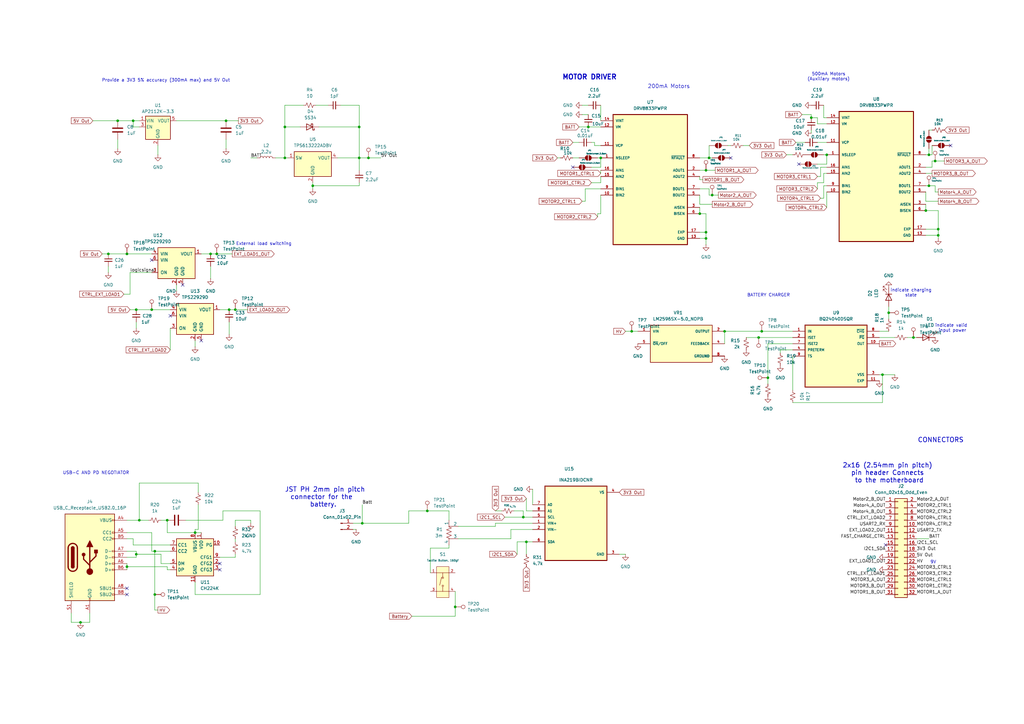
<source format=kicad_sch>
(kicad_sch (version 20250114) (generator "eeschema") (generator_version "9.0")
  (paper "A3")
  (lib_symbols
    (symbol "BQ24040DSQR:BQ24040DSQR" (pin_names (offset 1.016))
      (property "Reference" "U" (at -12.7 13.7 0))
      (property "Value" "BQ24040DSQR" (at -12.7 -16.7 0))
      (symbol "BQ24040DSQR_0_0"
        (pin input line (at -17.78 10.16 0) (length 5.08) (name "IN") (number "1"))
        (pin input line (at -17.78 7.62 0) (length 5.08) (name "ISET") (number "2"))
        (pin input line (at -17.78 5.08 0) (length 5.08) (name "ISET2") (number "7"))
        (pin input line (at -17.78 2.54 0) (length 5.08) (name "PRETERM") (number "4"))
        (pin input line (at -17.78 0 0) (length 5.08) (name "TS") (number "9"))
        (pin output line (at 17.78 10.16 180) (length 5.08) (name "~{CHG}") (number "8"))
        (pin output line (at 17.78 7.62 180) (length 5.08) (name "~{PG}") (number "5"))
        (pin output line (at 17.78 5.08 180) (length 5.08) (name "OUT") (number "10"))
        (pin power_in line (at 17.78 -7.62 180) (length 5.08) (name "VSS") (number "3"))
        (pin power_in line (at 17.78 -10.16 180) (length 5.08) (name "EXP") (number "11"))
      )
    )
    (symbol "Connector:Conn_01x02_Pin" (pin_names (offset 1.016) (hide yes))
      (property "Reference" "J" (at 0 2.54 0))
      (property "Value" "Conn_01x02_Pin" (at 0 -5.08 0))
      (symbol "Conn_01x02_Pin_1_1"
        (pin passive line (at 5.08 0 180) (length 3.81) (name "Pin_1") (number "1"))
        (pin passive line (at 5.08 -2.54 180) (length 3.81) (name "Pin_2") (number "2"))
      )
    )
    (symbol "Connector:TestPoint" (pin_numbers (hide yes)) (pin_names (offset 0.762) (hide yes))
      (property "Reference" "TP" (at 0 6.858 0))
      (property "Value" "TestPoint" (at 0 5.08 0))
      (symbol "TestPoint_1_1"
        (pin passive line (at 0 0 90) (length 2.54) (name "1") (number "1"))
      )
    )
    (symbol "Connector:USB_C_Receptacle_USB2.0_16P" (pin_names (offset 1.016))
      (property "Reference" "J" (at 0 22.225 0))
      (property "Value" "USB_C_Receptacle_USB2.0_16P" (at 0 19.685 0))
      (symbol "USB_C_Receptacle_USB2.0_16P_1_1"
        (pin passive line (at -7.62 -22.86 90) (length 5.08) (name "SHIELD") (number "S1"))
        (pin passive line (at 0 -22.86 90) (length 5.08) (name "GND") (number "A1"))
        (pin passive line (at 0 -22.86 90) (length 5.08) (hide yes) (name "GND") (number "A12"))
        (pin passive line (at 0 -22.86 90) (length 5.08) (hide yes) (name "GND") (number "B1"))
        (pin passive line (at 0 -22.86 90) (length 5.08) (hide yes) (name "GND") (number "B12"))
        (pin passive line (at 15.24 15.24 180) (length 5.08) (name "VBUS") (number "A4"))
        (pin passive line (at 15.24 15.24 180) (length 5.08) (hide yes) (name "VBUS") (number "A9"))
        (pin passive line (at 15.24 15.24 180) (length 5.08) (hide yes) (name "VBUS") (number "B4"))
        (pin passive line (at 15.24 15.24 180) (length 5.08) (hide yes) (name "VBUS") (number "B9"))
        (pin bidirectional line (at 15.24 10.16 180) (length 5.08) (name "CC1") (number "A5"))
        (pin bidirectional line (at 15.24 7.62 180) (length 5.08) (name "CC2") (number "B5"))
        (pin bidirectional line (at 15.24 2.54 180) (length 5.08) (name "D-") (number "A7"))
        (pin bidirectional line (at 15.24 0 180) (length 5.08) (name "D-") (number "B7"))
        (pin bidirectional line (at 15.24 -2.54 180) (length 5.08) (name "D+") (number "A6"))
        (pin bidirectional line (at 15.24 -5.08 180) (length 5.08) (name "D+") (number "B6"))
        (pin bidirectional line (at 15.24 -12.7 180) (length 5.08) (name "SBU1") (number "A8"))
        (pin bidirectional line (at 15.24 -15.24 180) (length 5.08) (name "SBU2") (number "B8"))
      )
    )
    (symbol "Connector_Generic:Conn_02x16_Odd_Even" (pin_names (offset 1.016) (hide yes))
      (property "Reference" "J" (at 1.27 20.32 0))
      (property "Value" "Conn_02x16_Odd_Even" (at 1.27 -22.86 0))
      (symbol "Conn_02x16_Odd_Even_1_1"
        (pin passive line (at -5.08 17.78 0) (length 3.81) (name "Pin_1") (number "1"))
        (pin passive line (at -5.08 15.24 0) (length 3.81) (name "Pin_3") (number "3"))
        (pin passive line (at -5.08 12.7 0) (length 3.81) (name "Pin_5") (number "5"))
        (pin passive line (at -5.08 10.16 0) (length 3.81) (name "Pin_7") (number "7"))
        (pin passive line (at -5.08 7.62 0) (length 3.81) (name "Pin_9") (number "9"))
        (pin passive line (at -5.08 5.08 0) (length 3.81) (name "Pin_11") (number "11"))
        (pin passive line (at -5.08 2.54 0) (length 3.81) (name "Pin_13") (number "13"))
        (pin passive line (at -5.08 0 0) (length 3.81) (name "Pin_15") (number "15"))
        (pin passive line (at -5.08 -2.54 0) (length 3.81) (name "Pin_17") (number "17"))
        (pin passive line (at -5.08 -5.08 0) (length 3.81) (name "Pin_19") (number "19"))
        (pin passive line (at -5.08 -7.62 0) (length 3.81) (name "Pin_21") (number "21"))
        (pin passive line (at -5.08 -10.16 0) (length 3.81) (name "Pin_23") (number "23"))
        (pin passive line (at -5.08 -12.7 0) (length 3.81) (name "Pin_25") (number "25"))
        (pin passive line (at -5.08 -15.24 0) (length 3.81) (name "Pin_27") (number "27"))
        (pin passive line (at -5.08 -17.78 0) (length 3.81) (name "Pin_29") (number "29"))
        (pin passive line (at -5.08 -20.32 0) (length 3.81) (name "Pin_31") (number "31"))
        (pin passive line (at 7.62 17.78 180) (length 3.81) (name "Pin_2") (number "2"))
        (pin passive line (at 7.62 15.24 180) (length 3.81) (name "Pin_4") (number "4"))
        (pin passive line (at 7.62 12.7 180) (length 3.81) (name "Pin_6") (number "6"))
        (pin passive line (at 7.62 10.16 180) (length 3.81) (name "Pin_8") (number "8"))
        (pin passive line (at 7.62 7.62 180) (length 3.81) (name "Pin_10") (number "10"))
        (pin passive line (at 7.62 5.08 180) (length 3.81) (name "Pin_12") (number "12"))
        (pin passive line (at 7.62 2.54 180) (length 3.81) (name "Pin_14") (number "14"))
        (pin passive line (at 7.62 0 180) (length 3.81) (name "Pin_16") (number "16"))
        (pin passive line (at 7.62 -2.54 180) (length 3.81) (name "Pin_18") (number "18"))
        (pin passive line (at 7.62 -5.08 180) (length 3.81) (name "Pin_20") (number "20"))
        (pin passive line (at 7.62 -7.62 180) (length 3.81) (name "Pin_22") (number "22"))
        (pin passive line (at 7.62 -10.16 180) (length 3.81) (name "Pin_24") (number "24"))
        (pin passive line (at 7.62 -12.7 180) (length 3.81) (name "Pin_26") (number "26"))
        (pin passive line (at 7.62 -15.24 180) (length 3.81) (name "Pin_28") (number "28"))
        (pin passive line (at 7.62 -17.78 180) (length 3.81) (name "Pin_30") (number "30"))
        (pin passive line (at 7.62 -20.32 180) (length 3.81) (name "Pin_32") (number "32"))
      )
    )
    (symbol "DRV8833PWPR:DRV8833PWPR" (pin_names (offset 1.016))
      (property "Reference" "U" (at -15.24 28.94 0))
      (property "Value" "DRV8833PWPR" (at -15.24 -29.4 0))
      (symbol "DRV8833PWPR_0_0"
        (pin power_in line (at -20.32 25.4 0) (length 5.08) (name "VINT") (number "14"))
        (pin power_in line (at -20.32 22.86 0) (length 5.08) (name "VM") (number "12"))
        (pin bidirectional line (at -20.32 15.24 0) (length 5.08) (name "VCP") (number "11"))
        (pin input line (at -20.32 10.16 0) (length 5.08) (name "NSLEEP") (number "1"))
        (pin input line (at -20.32 5.08 0) (length 5.08) (name "AIN1") (number "16"))
        (pin input line (at -20.32 2.54 0) (length 5.08) (name "AIN2") (number "15"))
        (pin input line (at -20.32 -2.54 0) (length 5.08) (name "BIN1") (number "9"))
        (pin input line (at -20.32 -5.08 0) (length 5.08) (name "BIN2") (number "10"))
        (pin output line (at 20.32 10.16 180) (length 5.08) (name "~{NFAULT}") (number "8"))
        (pin output line (at 20.32 5.08 180) (length 5.08) (name "AOUT1") (number "2"))
        (pin output line (at 20.32 2.54 180) (length 5.08) (name "AOUT2") (number "4"))
        (pin output line (at 20.32 -2.54 180) (length 5.08) (name "BOUT1") (number "7"))
        (pin output line (at 20.32 -5.08 180) (length 5.08) (name "BOUT2") (number "5"))
        (pin bidirectional line (at 20.32 -10.16 180) (length 5.08) (name "AISEN") (number "3"))
        (pin bidirectional line (at 20.32 -12.7 180) (length 5.08) (name "BISEN") (number "6"))
        (pin passive line (at 20.32 -20.32 180) (length 5.08) (name "EXP") (number "17"))
        (pin power_in line (at 20.32 -22.86 180) (length 5.08) (name "GND") (number "13"))
      )
    )
    (symbol "Device:C" (pin_numbers (hide yes)) (pin_names (offset 0.254))
      (property "Reference" "C" (at 0.635 2.54 0))
      (property "Value" "C" (at 0.635 -2.54 0))
      (symbol "C_1_1"
        (pin passive line (at 0 3.81 270) (length 2.794) (name "~") (number "1"))
        (pin passive line (at 0 -3.81 90) (length 2.794) (name "~") (number "2"))
      )
    )
    (symbol "Device:C_Small" (pin_numbers (hide yes)) (pin_names (offset 0.254) (hide yes))
      (property "Reference" "C" (at 0.254 1.778 0))
      (property "Value" "C_Small" (at 0.254 -2.032 0))
      (symbol "C_Small_1_1"
        (pin passive line (at 0 2.54 270) (length 2.032) (name "~") (number "1"))
        (pin passive line (at 0 -2.54 90) (length 2.032) (name "~") (number "2"))
      )
    )
    (symbol "Device:L" (pin_numbers (hide yes)) (pin_names (offset 1.016) (hide yes))
      (property "Reference" "L" (at -1.27 0 90))
      (property "Value" "L" (at 1.905 0 90))
      (symbol "L_1_1"
        (pin passive line (at 0 3.81 270) (length 1.27) (name "1") (number "1"))
        (pin passive line (at 0 -3.81 90) (length 1.27) (name "2") (number "2"))
      )
    )
    (symbol "Device:LED" (pin_numbers (hide yes)) (pin_names (offset 1.016) (hide yes))
      (property "Reference" "D" (at 0 2.54 0))
      (property "Value" "LED" (at 0 -2.54 0))
      (symbol "LED_1_1"
        (pin passive line (at -3.81 0 0) (length 2.54) (name "K") (number "1"))
        (pin passive line (at 3.81 0 180) (length 2.54) (name "A") (number "2"))
      )
    )
    (symbol "Device:R_Shunt_US" (pin_numbers (hide yes)) (pin_names (offset 0))
      (property "Reference" "R" (at -5.08 0 90))
      (property "Value" "R_Shunt_US" (at -3.048 0 90))
      (symbol "R_Shunt_US_1_1"
        (pin passive line (at 0 5.08 270) (length 2.54) (name "1") (number "1"))
        (pin passive line (at 0 -5.08 90) (length 2.54) (name "4") (number "4"))
        (pin passive line (at 3.81 2.54 180) (length 2.54) (name "2") (number "2"))
        (pin passive line (at 3.81 -2.54 180) (length 2.54) (name "3") (number "3"))
      )
    )
    (symbol "Device:R_Small_US" (pin_numbers (hide yes)) (pin_names (offset 0.254) (hide yes))
      (property "Reference" "R" (at 0.762 0.508 0))
      (property "Value" "R_Small_US" (at 0.762 -1.016 0))
      (symbol "R_Small_US_1_1"
        (pin passive line (at 0 2.54 270) (length 1.016) (name "~") (number "1"))
        (pin passive line (at 0 -2.54 90) (length 1.016) (name "~") (number "2"))
      )
    )
    (symbol "Diode:SS34" (pin_numbers (hide yes)) (pin_names (offset 1.016) (hide yes))
      (property "Reference" "D" (at 0 2.54 0))
      (property "Value" "SS34" (at 0 -2.54 0))
      (symbol "SS34_1_1"
        (pin passive line (at -3.81 0 0) (length 2.54) (name "K") (number "1"))
        (pin passive line (at 3.81 0 180) (length 2.54) (name "A") (number "2"))
      )
    )
    (symbol "INA219BIDCNR:INA219BIDCNR" (pin_names (offset 1.016))
      (property "Reference" "U" (at -12.7 16.24 0))
      (property "Value" "INA219BIDCNR" (at -12.7 -19.24 0))
      (symbol "INA219BIDCNR_0_0"
        (pin input line (at -17.78 7.62 0) (length 5.08) (name "A0") (number "7"))
        (pin input line (at -17.78 5.08 0) (length 5.08) (name "A1") (number "8"))
        (pin input line (at -17.78 2.54 0) (length 5.08) (name "SCL") (number "5"))
        (pin input line (at -17.78 0 0) (length 5.08) (name "VIN+") (number "1"))
        (pin input line (at -17.78 -2.54 0) (length 5.08) (name "VIN-") (number "2"))
        (pin bidirectional line (at -17.78 -7.62 0) (length 5.08) (name "SDA") (number "6"))
        (pin power_in line (at 17.78 12.7 180) (length 5.08) (name "VS") (number "4"))
        (pin power_in line (at 17.78 -12.7 180) (length 5.08) (name "GND") (number "3"))
      )
    )
    (symbol "Interface_USB:CH224K"
      (property "Reference" "U" (at -7.874 -8.89 0))
      (property "Value" "CH224K" (at 3.048 -8.89 0))
      (symbol "CH224K_1_1"
        (pin bidirectional line (at -10.16 5.08 0) (length 2.54) (name "CC1") (number "7"))
        (pin bidirectional line (at -10.16 2.54 0) (length 2.54) (name "CC2") (number "6"))
        (pin bidirectional line (at -10.16 -2.54 0) (length 2.54) (name "DM") (number "5"))
        (pin bidirectional line (at -10.16 -5.08 0) (length 2.54) (name "DP") (number "4"))
        (pin passive line (at 0 10.16 270) (length 2.54) (name "VBUS") (number "8"))
        (pin power_in line (at 0 -10.16 90) (length 2.54) (name "GND") (number "11"))
        (pin power_in line (at 2.54 10.16 270) (length 2.54) (name "VDD") (number "1"))
        (pin open_collector line (at 10.16 5.08 180) (length 2.54) (name "PG") (number "10"))
        (pin passive line (at 10.16 0 180) (length 2.54) (name "CFG1") (number "9"))
        (pin passive line (at 10.16 -2.54 180) (length 2.54) (name "CFG2") (number "2"))
        (pin passive line (at 10.16 -5.08 180) (length 2.54) (name "CFG3") (number "3"))
      )
    )
    (symbol "Jumper:SolderJumper_2_Open" (pin_numbers (hide yes)) (pin_names (offset 0) (hide yes)) (exclude_from_sim yes) (in_bom no)
      (property "Reference" "JP" (at 0 2.032 0))
      (property "Value" "SolderJumper_2_Open" (at 0 -2.54 0))
      (symbol "SolderJumper_2_Open_1_1"
        (pin passive line (at -3.81 0 0) (length 2.54) (name "A") (number "1"))
        (pin passive line (at 3.81 0 180) (length 2.54) (name "B") (number "2"))
      )
    )
    (symbol "LM2596SX-5.0_NOPB:LM2596SX-5.0_NOPB" (pin_names (offset 1.016))
      (property "Reference" "VR" (at -12.7 8.128 0))
      (property "Value" "LM2596SX-5.0_NOPB" (at -12.7 -10.16 0))
      (symbol "LM2596SX-5.0_NOPB_0_0"
        (pin input line (at -17.78 5.08 0) (length 5.08) (name "VIN") (number "1"))
        (pin input line (at -17.78 0 0) (length 5.08) (name "~{ON}/OFF") (number "5"))
        (pin output line (at 17.78 5.08 180) (length 5.08) (name "OUTPUT") (number "2"))
        (pin input line (at 17.78 0 180) (length 5.08) (name "FEEDBACK") (number "4"))
        (pin power_in line (at 17.78 -5.08 180) (length 5.08) (name "GROUND") (number "3"))
        (pin power_in line (at 17.78 -5.08 180) (length 5.08) (name "GROUND") (number "6"))
      )
    )
    (symbol "PCM_JLCPCB-Connectors_Buttons:Tactile Button, 160gf" (pin_names (hide yes))
      (property "Reference" "S" (at 0 1.27 0))
      (property "Value" "Tactile Button, 160gf" (at 0 -8.89 0))
      (symbol "Tactile Button, 160gf_0_1"
        (pin unspecified line (at -5.08 2.54 0) (length 2.54) (name "A") (number "1"))
        (pin unspecified line (at -5.08 -5.08 0) (length 2.54) (name "C") (number "3"))
        (pin unspecified line (at 5.08 2.54 180) (length 2.54) (name "B") (number "2"))
        (pin unspecified line (at 5.08 -5.08 180) (length 2.54) (name "D") (number "4"))
      )
    )
    (symbol "Power_Management:TPS22929D" (pin_names (offset 1.016))
      (property "Reference" "U" (at -7.62 8.89 0))
      (property "Value" "TPS22929D" (at 7.62 8.89 0))
      (symbol "TPS22929D_1_1"
        (pin power_in line (at -10.16 5.08 0) (length 2.54) (name "VIN") (number "4"))
        (pin power_in line (at -10.16 2.54 0) (length 2.54) (name "VIN") (number "6"))
        (pin input line (at -10.16 -2.54 0) (length 2.54) (name "ON") (number "3"))
        (pin power_in line (at 0 -7.62 90) (length 2.54) (name "GND") (number "2"))
        (pin power_in line (at 2.54 -7.62 90) (length 2.54) (name "GND") (number "5"))
        (pin power_out line (at 10.16 5.08 180) (length 2.54) (name "VOUT") (number "1"))
      )
    )
    (symbol "Regulator_Linear:AP2112K-3.3" (pin_names (offset 0.254))
      (property "Reference" "U" (at -5.08 5.715 0))
      (property "Value" "AP2112K-3.3" (at 0 5.715 0))
      (symbol "AP2112K-3.3_1_1"
        (pin power_in line (at -7.62 2.54 0) (length 2.54) (name "VIN") (number "1"))
        (pin input line (at -7.62 0 0) (length 2.54) (name "EN") (number "3"))
        (pin power_in line (at 0 -7.62 90) (length 2.54) (name "GND") (number "2"))
        (pin no_connect line (at 5.08 0 180) (length 2.54) (hide yes) (name "NC") (number "4"))
        (pin power_out line (at 7.62 2.54 180) (length 2.54) (name "VOUT") (number "5"))
      )
    )
    (symbol "Regulator_Switching:TPS613222ADBV"
      (property "Reference" "U" (at -7.62 6.35 0))
      (property "Value" "TPS613222ADBV" (at 2.54 6.35 0))
      (symbol "TPS613222ADBV_1_1"
        (pin power_in line (at -10.16 2.54 0) (length 2.54) (name "SW") (number "1"))
        (pin no_connect line (at -7.62 -2.54 0) (length 2.54) (hide yes) (name "NC") (number "3"))
        (pin power_in line (at 0 -7.62 90) (length 2.54) (name "GND") (number "2"))
        (pin no_connect line (at 7.62 -2.54 180) (length 2.54) (hide yes) (name "NC") (number "5"))
        (pin power_out line (at 10.16 2.54 180) (length 2.54) (name "VOUT") (number "4"))
      )
    )
    (symbol "power:GND" (power) (pin_numbers (hide yes)) (pin_names (offset 0) (hide yes))
      (property "Value" "GND" (at 0 -3.81 0))
      (symbol "GND_1_1"
        (pin power_in line (at 0 0 270) (length 0) (name "~") (number "1"))
      )
    )
  )
  (text "Provide a 3V3 5% accuracy (300mA max) and 5V Out" (at 68.072 33.02 0) (effects (font (size 1.27 1.27))))
  (text "BATTERY CHARGER" (at 315.214 121.158 0) (effects (font (size 1.27 1.27))))
  (text " JST PH 2mm pin pitch\nconnector for the \nbattery." (at 132.588 203.962 0) (effects (font (size 1.9 1.9) (thickness 0.254) (bold yes))))
  (text "External load switching" (at 108.204 100.076 0) (effects (font (size 1.27 1.27))))
  (text " indicate charging \nstate" (at 373.634 120.142 0) (effects (font (size 1.27 1.27))))
  (text "500mA Motors\n(Auxiliary motors)\n" (at 339.852 31.496 0) (effects (font (size 1.27 1.27))))
  (text "MOTOR DRIVER" (at 241.808 31.75 0) (effects (font (size 2 2) (thickness 0.4) (bold yes))))
  (text "indicate valid\n input power" (at 390.144 134.62 0) (effects (font (size 1.27 1.27))))
  (text "2x16 (2.54mm pin pitch) \npin header Connects \nto the motherboard\n" (at 364.744 194.056 0) (effects (font (size 1.9 1.9) (thickness 0.254) (bold yes))))
  (text "CONNECTORS" (at 385.826 180.594 0) (effects (font (size 1.9 1.9) (thickness 0.254) (bold yes))))
  (text "9V\n" (at 382.778 230.632 0) (effects (font (size 1.27 1.27))))
  (text "USB-C AND PD NEGOTIATOR" (at 39.37 194.056 0) (effects (font (size 1.27 1.27))))
  (text "200mA Motors" (at 274.32 35.56 0) (effects (font (size 1.6 1.6))))
  (junction (at 214.63 212.09))
  (junction (at 33.02 255.27))
  (junction (at 297.18 135.89))
  (junction (at 151.13 64.77))
  (junction (at 292.1 80.01))
  (junction (at 116.84 64.77))
  (junction (at 63.5 243.84))
  (junction (at 55.88 227.33))
  (junction (at 52.07 232.41))
  (junction (at 289.56 95.25))
  (junction (at 246.38 64.77))
  (junction (at 148.59 214.63))
  (junction (at 384.81 93.98))
  (junction (at 48.26 49.53))
  (junction (at 311.15 138.43))
  (junction (at 287.02 87.63))
  (junction (at 289.56 97.79))
  (junction (at 312.42 135.89))
  (junction (at 54.61 49.53))
  (junction (at 241.3 52.07))
  (junction (at 339.09 63.5))
  (junction (at 361.95 153.67))
  (junction (at 379.73 86.36))
  (junction (at 186.69 248.92))
  (junction (at 88.9 104.14))
  (junction (at 116.84 52.07))
  (junction (at 93.98 127))
  (junction (at 96.52 127))
  (junction (at 332.74 48.26))
  (junction (at 62.23 127))
  (junction (at 383.54 66.04))
  (junction (at 381 63.5))
  (junction (at 63.5 226.06))
  (junction (at 384.81 96.52))
  (junction (at 381 76.2))
  (junction (at 147.32 52.07))
  (junction (at 128.27 76.2))
  (junction (at 215.9 222.25))
  (junction (at 55.88 127))
  (junction (at 314.96 154.94))
  (junction (at 374.65 138.43))
  (junction (at 92.71 49.53))
  (junction (at 290.83 64.77))
  (junction (at 259.08 135.89))
  (junction (at 44.45 104.14))
  (junction (at 52.07 104.14))
  (junction (at 364.49 128.27))
  (junction (at 57.15 213.36))
  (junction (at 80.01 218.44))
  (junction (at 86.36 104.14))
  (junction (at 289.56 69.85))
  (junction (at 147.32 64.77))
  (junction (at 175.26 209.55))
  (junction (at 68.58 213.36))
  (no_connect (at 389.89 59.69))
  (no_connect (at 52.07 243.84))
  (no_connect (at 299.72 64.77))
  (no_connect (at 82.55 139.7))
  (no_connect (at 90.17 231.14))
  (no_connect (at 363.22 223.52))
  (no_connect (at 327.66 67.31))
  (no_connect (at 90.17 233.68))
  (no_connect (at 69.85 129.54))
  (no_connect (at 234.95 68.58))
  (no_connect (at 52.07 241.3))
  (no_connect (at 74.93 116.84))
  (no_connect (at 62.23 106.68))
  (wire (pts (xy 55.88 132.08) (xy 55.88 134.62)))
  (wire (pts (xy 238.76 46.99) (xy 241.3 46.99)))
  (wire (pts (xy 245.11 64.77) (xy 246.38 64.77)))
  (wire (pts (xy 364.49 128.27) (xy 364.49 125.73)))
  (wire (pts (xy 44.45 104.14) (xy 52.07 104.14)))
  (wire (pts (xy 361.95 153.67) (xy 367.03 153.67)))
  (wire (pts (xy 293.37 69.85) (xy 289.56 69.85)))
  (wire (pts (xy 383.54 78.74) (xy 383.54 76.2)))
  (wire (pts (xy 96.52 215.9) (xy 96.52 213.36)))
  (wire (pts (xy 294.64 80.01) (xy 292.1 80.01)))
  (wire (pts (xy 374.65 138.43) (xy 375.92 138.43)))
  (wire (pts (xy 337.82 43.18) (xy 337.82 48.26)))
  (wire (pts (xy 187.96 220.98) (xy 209.55 220.98)))
  (wire (pts (xy 96.52 222.25) (xy 96.52 220.98)))
  (wire (pts (xy 379.73 63.5) (xy 381 63.5)))
  (wire (pts (xy 52.07 218.44) (xy 62.23 218.44)))
  (wire (pts (xy 339.09 50.8) (xy 335.28 50.8)))
  (wire (pts (xy 325.12 146.05) (xy 325.12 160.02)))
  (wire (pts (xy 387.35 66.04) (xy 383.54 66.04)))
  (wire (pts (xy 212.09 227.33) (xy 212.09 222.25)))
  (wire (pts (xy 240.03 77.47) (xy 246.38 77.47)))
  (wire (pts (xy 44.45 109.22) (xy 44.45 111.76)))
  (wire (pts (xy 292.1 83.82) (xy 287.02 83.82)))
  (wire (pts (xy 337.82 76.2) (xy 337.82 81.28)))
  (wire (pts (xy 54.61 49.53) (xy 54.61 52.07)))
  (wire (pts (xy 335.28 48.26) (xy 332.74 48.26)))
  (wire (pts (xy 297.18 140.97) (xy 297.18 135.89)))
  (wire (pts (xy 289.56 100.33) (xy 289.56 97.79)))
  (wire (pts (xy 86.36 104.14) (xy 88.9 104.14)))
  (wire (pts (xy 176.53 224.79) (xy 176.53 234.95)))
  (wire (pts (xy 116.84 52.07) (xy 116.84 43.18)))
  (wire (pts (xy 55.88 227.33) (xy 55.88 228.6)))
  (wire (pts (xy 113.03 64.77) (xy 116.84 64.77)))
  (wire (pts (xy 81.28 198.12) (xy 81.28 201.93)))
  (wire (pts (xy 146.05 217.17) (xy 144.78 217.17)))
  (wire (pts (xy 384.81 96.52) (xy 384.81 93.98)))
  (wire (pts (xy 337.82 81.28) (xy 336.55 81.28)))
  (wire (pts (xy 57.15 213.36) (xy 60.96 213.36)))
  (wire (pts (xy 92.71 49.53) (xy 97.79 49.53)))
  (wire (pts (xy 184.15 224.79) (xy 184.15 223.52)))
  (wire (pts (xy 52.07 232.41) (xy 52.07 233.68)))
  (wire (pts (xy 339.09 76.2) (xy 337.82 76.2)))
  (wire (pts (xy 290.83 77.47) (xy 287.02 77.47)))
  (wire (pts (xy 215.9 209.55) (xy 215.9 204.47)))
  (wire (pts (xy 116.84 52.07) (xy 123.19 52.07)))
  (wire (pts (xy 96.52 213.36) (xy 102.87 213.36)))
  (wire (pts (xy 139.7 43.18) (xy 147.32 43.18)))
  (wire (pts (xy 106.68 243.84) (xy 80.01 243.84)))
  (wire (pts (xy 176.53 224.79) (xy 184.15 224.79)))
  (wire (pts (xy 379.73 93.98) (xy 384.81 93.98)))
  (wire (pts (xy 209.55 217.17) (xy 218.44 217.17)))
  (wire (pts (xy 82.55 218.44) (xy 80.01 218.44)))
  (wire (pts (xy 80.01 139.7) (xy 80.01 142.24)))
  (wire (pts (xy 287.02 97.79) (xy 289.56 97.79)))
  (wire (pts (xy 93.98 132.08) (xy 93.98 137.16)))
  (wire (pts (xy 62.23 127) (xy 69.85 127)))
  (wire (pts (xy 384.81 97.79) (xy 384.81 96.52)))
  (wire (pts (xy 106.68 209.55) (xy 106.68 243.84)))
  (wire (pts (xy 52.07 231.14) (xy 52.07 232.41)))
  (wire (pts (xy 156.21 64.77) (xy 151.13 64.77)))
  (wire (pts (xy 90.17 228.6) (xy 96.52 228.6)))
  (wire (pts (xy 80.01 217.17) (xy 80.01 218.44)))
  (wire (pts (xy 246.38 74.93) (xy 246.38 72.39)))
  (wire (pts (xy 147.32 69.85) (xy 147.32 64.77)))
  (wire (pts (xy 336.55 72.39) (xy 335.28 72.39)))
  (wire (pts (xy 215.9 222.25) (xy 215.9 227.33)))
  (wire (pts (xy 256.54 135.89) (xy 259.08 135.89)))
  (wire (pts (xy 306.07 138.43) (xy 311.15 138.43)))
  (wire (pts (xy 54.61 223.52) (xy 54.61 220.98)))
  (wire (pts (xy 287.02 87.63) (xy 289.56 87.63)))
  (wire (pts (xy 130.81 52.07) (xy 147.32 52.07)))
  (wire (pts (xy 186.69 242.57) (xy 186.69 248.92)))
  (wire (pts (xy 322.58 63.5) (xy 325.12 63.5)))
  (wire (pts (xy 210.82 209.55) (xy 214.63 209.55)))
  (wire (pts (xy 144.78 214.63) (xy 148.59 214.63)))
  (wire (pts (xy 337.82 74.93) (xy 335.28 74.93)))
  (wire (pts (xy 66.04 231.14) (xy 69.85 231.14)))
  (wire (pts (xy 379.73 96.52) (xy 384.81 96.52)))
  (wire (pts (xy 175.26 209.55) (xy 184.15 209.55)))
  (wire (pts (xy 88.9 104.14) (xy 95.25 104.14)))
  (wire (pts (xy 147.32 52.07) (xy 147.32 64.77)))
  (wire (pts (xy 361.95 165.1) (xy 361.95 153.67)))
  (wire (pts (xy 339.09 63.5) (xy 339.09 67.31)))
  (wire (pts (xy 81.28 217.17) (xy 80.01 217.17)))
  (wire (pts (xy 383.54 76.2) (xy 381 76.2)))
  (wire (pts (xy 102.87 64.77) (xy 105.41 64.77)))
  (wire (pts (xy 228.6 64.77) (xy 229.87 64.77)))
  (wire (pts (xy 364.49 130.81) (xy 364.49 128.27)))
  (wire (pts (xy 335.28 74.93) (xy 335.28 77.47)))
  (wire (pts (xy 168.91 252.73) (xy 186.69 252.73)))
  (wire (pts (xy 381 53.34) (xy 382.27 53.34)))
  (wire (pts (xy 33.02 255.27) (xy 29.21 255.27)))
  (wire (pts (xy 209.55 220.98) (xy 209.55 217.17)))
  (wire (pts (xy 381 60.96) (xy 381 63.5)))
  (wire (pts (xy 148.59 207.01) (xy 148.59 214.63)))
  (wire (pts (xy 381 220.98) (xy 375.92 220.98)))
  (wire (pts (xy 82.55 104.14) (xy 86.36 104.14)))
  (wire (pts (xy 68.58 232.41) (xy 68.58 233.68)))
  (wire (pts (xy 287.02 83.82) (xy 287.02 80.01)))
  (wire (pts (xy 76.2 213.36) (xy 91.44 213.36)))
  (wire (pts (xy 384.81 82.55) (xy 379.73 82.55)))
  (wire (pts (xy 48.26 49.53) (xy 54.61 49.53)))
  (wire (pts (xy 92.71 57.15) (xy 92.71 60.96)))
  (wire (pts (xy 63.5 226.06) (xy 69.85 226.06)))
  (wire (pts (xy 312.42 135.89) (xy 325.12 135.89)))
  (wire (pts (xy 53.34 120.65) (xy 53.34 111.76)))
  (wire (pts (xy 116.84 64.77) (xy 116.84 52.07)))
  (wire (pts (xy 288.29 73.66) (xy 287.02 73.66)))
  (wire (pts (xy 372.11 138.43) (xy 374.65 138.43)))
  (wire (pts (xy 214.63 212.09) (xy 218.44 212.09)))
  (wire (pts (xy 337.82 48.26) (xy 339.09 48.26)))
  (wire (pts (xy 148.59 214.63) (xy 167.64 214.63)))
  (wire (pts (xy 238.76 82.55) (xy 240.03 82.55)))
  (wire (pts (xy 128.27 76.2) (xy 128.27 74.93)))
  (wire (pts (xy 55.88 227.33) (xy 66.04 227.33)))
  (wire (pts (xy 167.64 209.55) (xy 175.26 209.55)))
  (wire (pts (xy 91.44 209.55) (xy 106.68 209.55)))
  (wire (pts (xy 55.88 127) (xy 62.23 127)))
  (wire (pts (xy 384.81 86.36) (xy 379.73 86.36)))
  (wire (pts (xy 29.21 251.46) (xy 29.21 255.27)))
  (wire (pts (xy 246.38 68.58) (xy 246.38 64.77)))
  (wire (pts (xy 52.07 226.06) (xy 55.88 226.06)))
  (wire (pts (xy 360.68 135.89) (xy 364.49 135.89)))
  (wire (pts (xy 53.34 111.76) (xy 62.23 111.76)))
  (wire (pts (xy 80.01 218.44) (xy 68.58 218.44)))
  (wire (pts (xy 384.81 78.74) (xy 383.54 78.74)))
  (wire (pts (xy 203.2 214.63) (xy 218.44 214.63)))
  (wire (pts (xy 292.1 80.01) (xy 290.83 80.01)))
  (wire (pts (xy 218.44 207.01) (xy 218.44 200.66)))
  (wire (pts (xy 287.02 64.77) (xy 290.83 64.77)))
  (wire (pts (xy 246.38 43.18) (xy 246.38 49.53)))
  (wire (pts (xy 242.57 74.93) (xy 246.38 74.93)))
  (wire (pts (xy 203.2 214.63) (xy 203.2 215.9)))
  (wire (pts (xy 38.1 49.53) (xy 48.26 49.53)))
  (wire (pts (xy 314.96 154.94) (xy 314.96 157.48)))
  (wire (pts (xy 128.27 77.47) (xy 128.27 76.2)))
  (wire (pts (xy 246.38 87.63) (xy 246.38 80.01)))
  (wire (pts (xy 339.09 67.31) (xy 335.28 67.31)))
  (wire (pts (xy 335.28 50.8) (xy 335.28 48.26)))
  (wire (pts (xy 339.09 71.12) (xy 337.82 71.12)))
  (wire (pts (xy 212.09 222.25) (xy 215.9 222.25)))
  (wire (pts (xy 234.95 64.77) (xy 237.49 64.77)))
  (wire (pts (xy 41.91 104.14) (xy 44.45 104.14)))
  (wire (pts (xy 96.52 227.33) (xy 96.52 228.6)))
  (wire (pts (xy 93.98 127) (xy 96.52 127)))
  (wire (pts (xy 287.02 85.09) (xy 287.02 87.63)))
  (wire (pts (xy 147.32 74.93) (xy 147.32 76.2)))
  (wire (pts (xy 57.15 198.12) (xy 81.28 198.12)))
  (wire (pts (xy 138.43 64.77) (xy 147.32 64.77)))
  (wire (pts (xy 290.83 59.69) (xy 290.83 64.77)))
  (wire (pts (xy 241.3 52.07) (xy 246.38 52.07)))
  (wire (pts (xy 335.28 58.42) (xy 339.09 58.42)))
  (wire (pts (xy 167.64 214.63) (xy 167.64 209.55)))
  (wire (pts (xy 381 76.2) (xy 379.73 76.2)))
  (wire (pts (xy 207.01 212.09) (xy 214.63 212.09)))
  (wire (pts (xy 328.93 46.99) (xy 332.74 46.99)))
  (wire (pts (xy 57.15 52.07) (xy 54.61 52.07)))
  (wire (pts (xy 311.15 138.43) (xy 325.12 138.43)))
  (wire (pts (xy 332.74 53.34) (xy 332.74 54.61)))
  (wire (pts (xy 360.68 153.67) (xy 361.95 153.67)))
  (wire (pts (xy 214.63 209.55) (xy 214.63 212.09)))
  (wire (pts (xy 290.83 80.01) (xy 290.83 77.47)))
  (wire (pts (xy 72.39 116.84) (xy 72.39 119.38)))
  (wire (pts (xy 381 63.5) (xy 382.27 63.5)))
  (wire (pts (xy 383.54 66.04) (xy 382.27 66.04)))
  (wire (pts (xy 382.27 68.58) (xy 379.73 68.58)))
  (wire (pts (xy 52.07 220.98) (xy 54.61 220.98)))
  (wire (pts (xy 259.08 135.89) (xy 261.62 135.89)))
  (wire (pts (xy 337.82 71.12) (xy 337.82 74.93)))
  (wire (pts (xy 52.07 104.14) (xy 62.23 104.14)))
  (wire (pts (xy 68.58 233.68) (xy 69.85 233.68)))
  (wire (pts (xy 86.36 109.22) (xy 86.36 114.3)))
  (wire (pts (xy 242.57 58.42) (xy 243.84 58.42)))
  (wire (pts (xy 382.27 71.12) (xy 379.73 71.12)))
  (wire (pts (xy 243.84 58.42) (xy 243.84 59.69)))
  (wire (pts (xy 382.27 63.5) (xy 382.27 59.69)))
  (wire (pts (xy 50.8 120.65) (xy 53.34 120.65)))
  (wire (pts (xy 91.44 213.36) (xy 91.44 209.55)))
  (wire (pts (xy 184.15 209.55) (xy 184.15 213.36)))
  (wire (pts (xy 325.12 143.51) (xy 320.04 143.51)))
  (wire (pts (xy 54.61 49.53) (xy 57.15 49.53)))
  (wire (pts (xy 243.84 59.69) (xy 246.38 59.69)))
  (wire (pts (xy 63.5 243.84) (xy 63.5 250.19)))
  (wire (pts (xy 186.69 248.92) (xy 186.69 252.73)))
  (wire (pts (xy 304.8 59.69) (xy 307.34 59.69)))
  (wire (pts (xy 52.07 232.41) (xy 68.58 232.41)))
  (wire (pts (xy 147.32 64.77) (xy 151.13 64.77)))
  (wire (pts (xy 289.56 95.25) (xy 289.56 87.63)))
  (wire (pts (xy 297.18 135.89) (xy 312.42 135.89)))
  (wire (pts (xy 68.58 213.36) (xy 68.58 218.44)))
  (wire (pts (xy 320.04 143.51) (xy 320.04 144.78)))
  (wire (pts (xy 203.2 209.55) (xy 205.74 209.55)))
  (wire (pts (xy 62.23 218.44) (xy 62.23 226.06)))
  (wire (pts (xy 53.34 127) (xy 55.88 127)))
  (wire (pts (xy 69.85 223.52) (xy 54.61 223.52)))
  (wire (pts (xy 245.11 87.63) (xy 246.38 87.63)))
  (wire (pts (xy 245.11 88.9) (xy 245.11 87.63)))
  (wire (pts (xy 382.27 66.04) (xy 382.27 68.58)))
  (wire (pts (xy 237.49 52.07) (xy 241.3 52.07)))
  (wire (pts (xy 234.95 58.42) (xy 237.49 58.42)))
  (wire (pts (xy 325.12 165.1) (xy 361.95 165.1)))
  (wire (pts (xy 129.54 43.18) (xy 134.62 43.18)))
  (wire (pts (xy 289.56 69.85) (xy 287.02 69.85)))
  (wire (pts (xy 290.83 64.77) (xy 292.1 64.77)))
  (wire (pts (xy 337.82 63.5) (xy 339.09 63.5)))
  (wire (pts (xy 218.44 222.25) (xy 215.9 222.25)))
  (wire (pts (xy 241.3 43.18) (xy 238.76 43.18)))
  (wire (pts (xy 62.23 226.06) (xy 63.5 226.06)))
  (wire (pts (xy 116.84 64.77) (xy 118.11 64.77)))
  (wire (pts (xy 64.77 59.69) (xy 64.77 63.5)))
  (wire (pts (xy 289.56 97.79) (xy 289.56 95.25)))
  (wire (pts (xy 63.5 250.19) (xy 64.77 250.19)))
  (wire (pts (xy 48.26 57.15) (xy 48.26 60.96)))
  (wire (pts (xy 72.39 49.53) (xy 92.71 49.53)))
  (wire (pts (xy 287.02 73.66) (xy 287.02 72.39)))
  (wire (pts (xy 240.03 82.55) (xy 240.03 77.47)))
  (wire (pts (xy 96.52 127) (xy 101.6 127)))
  (wire (pts (xy 218.44 209.55) (xy 215.9 209.55)))
  (wire (pts (xy 66.04 227.33) (xy 66.04 231.14)))
  (wire (pts (xy 384.81 93.98) (xy 384.81 86.36)))
  (wire (pts (xy 57.15 213.36) (xy 57.15 198.12)))
  (wire (pts (xy 90.17 127) (xy 93.98 127)))
  (wire (pts (xy 116.84 43.18) (xy 124.46 43.18)))
  (wire (pts (xy 336.55 68.58) (xy 336.55 72.39)))
  (wire (pts (xy 254 227.33) (xy 256.54 227.33)))
  (wire (pts (xy 379.73 82.55) (xy 379.73 78.74)))
  (wire (pts (xy 379.73 83.82) (xy 379.73 86.36)))
  (wire (pts (xy 360.68 138.43) (xy 367.03 138.43)))
  (wire (pts (xy 55.88 226.06) (xy 55.88 227.33)))
  (wire (pts (xy 287.02 95.25) (xy 289.56 95.25)))
  (wire (pts (xy 325.12 140.97) (xy 314.96 140.97)))
  (wire (pts (xy 339.09 68.58) (xy 336.55 68.58)))
  (wire (pts (xy 339.09 85.09) (xy 339.09 78.74)))
  (wire (pts (xy 242.57 68.58) (xy 246.38 68.58)))
  (wire (pts (xy 102.87 213.36) (xy 102.87 214.63)))
  (wire (pts (xy 187.96 215.9) (xy 203.2 215.9)))
  (wire (pts (xy 63.5 226.06) (xy 63.5 243.84)))
  (wire (pts (xy 332.74 46.99) (xy 332.74 48.26)))
  (wire (pts (xy 80.01 243.84) (xy 80.01 238.76)))
  (wire (pts (xy 52.07 213.36) (xy 57.15 213.36)))
  (wire (pts (xy 66.04 213.36) (xy 68.58 213.36)))
  (wire (pts (xy 147.32 43.18) (xy 147.32 52.07)))
  (wire (pts (xy 69.85 134.62) (xy 69.85 143.51)))
  (wire (pts (xy 246.38 71.12) (xy 246.38 69.85)))
  (wire (pts (xy 33.02 255.27) (xy 36.83 255.27)))
  (wire (pts (xy 330.2 58.42) (xy 326.39 58.42)))
  (wire (pts (xy 81.28 207.01) (xy 81.28 217.17)))
  (wire (pts (xy 314.96 140.97) (xy 314.96 154.94)))
  (wire (pts (xy 128.27 76.2) (xy 147.32 76.2)))
  (wire (pts (xy 52.07 228.6) (xy 55.88 228.6)))
  (wire (pts (xy 36.83 251.46) (xy 36.83 255.27)))
  (wire (pts (xy 298.45 59.69) (xy 299.72 59.69)))
  (label "Motor4_A_OUT" (at 363.22 208.28 180))
  (label "Motor2_B_OUT" (at 363.22 205.74 180) (effects (font (thickness 0.1588))))
  (label "I2C1_SDA" (at 363.22 226.06 180))
  (label "MOTOR1_CTRL1" (at 375.92 238.76 0))
  (label "EXT_LOAD1_OUT" (at 363.22 231.14 180))
  (label "Motor2_A_OUT" (at 375.92 205.74 0) (effects (font (thickness 0.1588))))
  (label "CTRL_EXT_LOAD1" (at 363.22 236.22 180))
  (label "MOTOR3_A_OUT" (at 363.22 238.76 180))
  (label "3V3 Out" (at 375.92 226.06 0))
  (label "MOTOR3_CTRL2" (at 375.92 236.22 0))
  (label "logicsignal" (at 53.34 111.76 0))
  (label "MOTOR1_CTRL2" (at 375.92 241.3 0))
  (label "CTRL_EXT_LOAD2" (at 363.22 213.36 180))
  (label "BATT" (at 381 220.98 0))
  (label "MOTOR4_CTRL2" (at 375.92 215.9 0))
  (label "FAST_CHARGE_CTRL" (at 363.22 220.98 180))
  (label "I2C1_SCL" (at 375.92 223.52 0))
  (label "Motor4_B_OUT" (at 363.22 210.82 180))
  (label "EXT_LOAD2_OUT" (at 363.22 218.44 180))
  (label "MOTOR3_B_OUT" (at 363.22 241.3 180))
  (label "HV" (at 375.92 231.14 0))
  (label "USART2_RX" (at 363.22 215.9 180))
  (label "5V Out" (at 375.92 228.6 0))
  (label "MOTOR4_CTRL1" (at 375.92 213.36 0))
  (label "USART2_TX" (at 375.92 218.44 0))
  (label "MOTOR2_CTRL2" (at 375.92 210.82 0))
  (label "MOTOR1_B_OUT" (at 363.22 243.84 180))
  (label "MOTOR2_CTRL1" (at 375.92 208.28 0))
  (label "Batt" (at 148.59 207.01 0) (effects (font (thickness 0.1588))))
  (label "5V Out" (at 156.21 64.77 0))
  (label "MOTOR1_A_OUT" (at 375.92 243.84 0))
  (label "BATT" (at 102.87 64.77 0))
  (label "MOTOR3_CTRL1" (at 375.92 233.68 0))
  (global_label "HV" (shape output) (at 64.77 250.19 0) (property "Intersheetrefs" "${INTERSHEET_REFS}" (effects (hide yes))))
  (global_label "3V3 Out" (shape input) (at 203.2 209.55 90) (property "Intersheetrefs" "${INTERSHEET_REFS}" (effects (hide yes))))
  (global_label "I2C1_SCL" (shape input) (at 207.01 212.09 180) (property "Intersheetrefs" "${INTERSHEET_REFS}" (effects (hide yes))))
  (global_label "5V Out" (shape input) (at 41.91 104.14 180) (property "Intersheetrefs" "${INTERSHEET_REFS}" (effects (hide yes))))
  (global_label "MOTOR4_CTRL2" (shape input) (at 339.09 85.09 180) (property "Intersheetrefs" "${INTERSHEET_REFS}" (effects (hide yes))))
  (global_label "HV" (shape input) (at 256.54 135.89 180) (property "Intersheetrefs" "${INTERSHEET_REFS}" (effects (hide yes))))
  (global_label "BATT" (shape input) (at 234.95 58.42 180) (property "Intersheetrefs" "${INTERSHEET_REFS}" (effects (hide yes))))
  (global_label "BATT" (shape input) (at 328.93 46.99 180) (property "Intersheetrefs" "${INTERSHEET_REFS}" (effects (hide yes))))
  (global_label "MOTOR3_CTRL2" (shape input) (at 335.28 77.47 180) (property "Intersheetrefs" "${INTERSHEET_REFS}" (effects (hide yes))))
  (global_label "MOTOR4_CTRL1 " (shape input) (at 336.55 81.28 180) (property "Intersheetrefs" "${INTERSHEET_REFS}" (effects (hide yes))))
  (global_label "3V3 Out" (shape input) (at 387.35 53.34 0) (property "Intersheetrefs" "${INTERSHEET_REFS}" (effects (hide yes))))
  (global_label "3V3 Out" (shape input) (at 307.34 59.69 0) (property "Intersheetrefs" "${INTERSHEET_REFS}" (effects (hide yes))))
  (global_label "3V3 Out" (shape input) (at 215.9 204.47 180) (property "Intersheetrefs" "${INTERSHEET_REFS}" (effects (hide yes))))
  (global_label "Motor2_A_OUT" (shape output) (at 294.64 80.01 0) (property "Intersheetrefs" "${INTERSHEET_REFS}" (effects (hide yes))))
  (global_label "BATT" (shape input) (at 237.49 52.07 180) (property "Intersheetrefs" "${INTERSHEET_REFS}" (effects (hide yes))))
  (global_label "Motor4_A_OUT" (shape output) (at 384.81 78.74 0) (property "Intersheetrefs" "${INTERSHEET_REFS}" (effects (hide yes))))
  (global_label "BATT" (shape output) (at 360.68 140.97 0) (property "Intersheetrefs" "${INTERSHEET_REFS}" (effects (hide yes))))
  (global_label "Battery" (shape input) (at 168.91 252.73 180) (property "Intersheetrefs" "${INTERSHEET_REFS}" (effects (hide yes))))
  (global_label "I2C1_SDA" (shape input) (at 212.09 227.33 180) (property "Intersheetrefs" "${INTERSHEET_REFS}" (effects (hide yes))))
  (global_label "MOTOR2_CTRL1 " (shape input) (at 238.76 82.55 180) (property "Intersheetrefs" "${INTERSHEET_REFS}" (effects (hide yes))))
  (global_label "3V3 Out" (shape input) (at 228.6 64.77 180) (property "Intersheetrefs" "${INTERSHEET_REFS}" (effects (hide yes))))
  (global_label "MOTOR3_CTRL1 " (shape input) (at 335.28 72.39 180) (property "Intersheetrefs" "${INTERSHEET_REFS}" (effects (hide yes))))
  (global_label "3V3 Out" (shape output) (at 97.79 49.53 0) (property "Intersheetrefs" "${INTERSHEET_REFS}" (effects (hide yes))))
  (global_label "5V Out" (shape input) (at 53.34 127 180) (property "Intersheetrefs" "${INTERSHEET_REFS}" (effects (hide yes))))
  (global_label "MOTOR2_CTRL2 " (shape input) (at 245.11 88.9 180) (property "Intersheetrefs" "${INTERSHEET_REFS}" (effects (hide yes))))
  (global_label "MOTOR1_CTRL2 " (shape input) (at 242.57 74.93 180) (property "Intersheetrefs" "${INTERSHEET_REFS}" (effects (hide yes))))
  (global_label "CTRL_EXT_LOAD1" (shape input) (at 50.8 120.65 180) (property "Intersheetrefs" "${INTERSHEET_REFS}" (effects (hide yes))))
  (global_label "MOTOR3_A_OUT " (shape output) (at 387.35 66.04 0) (property "Intersheetrefs" "${INTERSHEET_REFS}" (effects (hide yes))))
  (global_label "3V3 Out" (shape input) (at 254 201.93 0) (property "Intersheetrefs" "${INTERSHEET_REFS}" (effects (hide yes))))
  (global_label "3V3 Out" (shape input) (at 215.9 232.41 270) (property "Intersheetrefs" "${INTERSHEET_REFS}" (effects (hide yes))))
  (global_label "CTRL_EXT_LOAD2" (shape input) (at 69.85 143.51 180) (property "Intersheetrefs" "${INTERSHEET_REFS}" (effects (hide yes))))
  (global_label "Motor4_B_OUT " (shape output) (at 384.81 82.55 0) (property "Intersheetrefs" "${INTERSHEET_REFS}" (effects (hide yes))))
  (global_label "MOTOR3_B_OUT " (shape output) (at 382.27 71.12 0) (property "Intersheetrefs" "${INTERSHEET_REFS}" (effects (hide yes))))
  (global_label "MOTOR1_CTRL1 " (shape input) (at 246.38 71.12 180) (property "Intersheetrefs" "${INTERSHEET_REFS}" (effects (hide yes))))
  (global_label "Motor2_B_OUT " (shape output) (at 292.1 83.82 0) (property "Intersheetrefs" "${INTERSHEET_REFS}" (effects (hide yes))))
  (global_label "3V3 Out" (shape input) (at 322.58 63.5 180) (property "Intersheetrefs" "${INTERSHEET_REFS}" (effects (hide yes))))
  (global_label "5V Out" (shape input) (at 38.1 49.53 180) (property "Intersheetrefs" "${INTERSHEET_REFS}" (effects (hide yes))))
  (global_label "MOTOR1_B_OUT" (shape output) (at 288.29 73.66 0) (property "Intersheetrefs" "${INTERSHEET_REFS}" (effects (hide yes))))
  (global_label "EXT_LOAD2_OUT" (shape output) (at 101.6 127 0) (property "Intersheetrefs" "${INTERSHEET_REFS}" (effects (hide yes))))
  (global_label "EXT_LOAD1_OUT" (shape output) (at 95.25 104.14 0) (property "Intersheetrefs" "${INTERSHEET_REFS}" (effects (hide yes))))
  (global_label "MOTOR1_A_OUT " (shape output) (at 293.37 69.85 0) (property "Intersheetrefs" "${INTERSHEET_REFS}" (effects (hide yes))))
  (global_label "BATT" (shape input) (at 326.39 58.42 180) (property "Intersheetrefs" "${INTERSHEET_REFS}" (effects (hide yes))))
  (symbol (lib_id "power:GND") (at 146.05 217.17 0) (unit 1)
    (property "Reference" "#PWR057" (effects (hide yes)))
    (property "Value" "GND" (at 146.05 222.25 0))
    (property "Description" "Power symbol creates a global label with name \"GND\" , ground" (effects (hide yes)))
  )
  (symbol (lib_id "power:GND") (at 367.03 153.67 0) (unit 1)
    (property "Reference" "#PWR033" (effects (hide yes)))
    (property "Value" "GND" (at 367.03 158.75 0))
    (property "Description" "Power symbol creates a global label with name \"GND\" , ground" (effects (hide yes)))
  )
  (symbol (lib_id "power:GND") (at 48.26 60.96 0) (unit 1)
    (property "Reference" "#PWR07" (effects (hide yes)))
    (property "Value" "GND" (at 48.26 66.04 0))
    (property "Description" "Power symbol creates a global label with name \"GND\" , ground" (effects (hide yes)))
  )
  (symbol (lib_id "Connector:TestPoint") (at 63.5 243.84 270) (unit 1)
    (property "Reference" "TP11" (at 68.58 242.5699 90) (effects (justify left)))
    (property "Value" "TestPoint" (at 68.58 245.1099 90) (effects (justify left)))
    (property "Footprint" "TestPoint:TestPoint_Pad_D2.0mm" (effects (hide yes)))
    (property "Description" "test point" (effects (hide yes)))
  )
  (symbol (lib_id "power:GND") (at 332.74 43.18 270) (unit 1)
    (property "Reference" "#PWR028" (effects (hide yes)))
    (property "Value" "GND" (at 328.93 43.1799 90) (effects (justify right)))
    (property "Description" "Power symbol creates a global label with name \"GND\" , ground" (effects (hide yes)))
  )
  (symbol (lib_id "Device:C_Small") (at 137.16 43.18 90) (unit 1)
    (property "Reference" "C6" (at 137.1663 36.83 90))
    (property "Value" "1pF" (at 137.1663 39.37 90))
    (property "Footprint" "Capacitor_SMD:C_0402_1005Metric_Pad0.74x0.62mm_HandSolder" (effects (hide yes)))
    (property "Description" "Unpolarized capacitor, small symbol" (effects (hide yes)))
  )
  (symbol (lib_id "Connector:TestPoint") (at 289.56 69.85 0) (unit 1)
    (property "Reference" "TP2" (at 291.338 65.786 0) (effects (font (size 0.7 0.7)) (justify left)))
    (property "Value" "TestPoint" (at 291.338 67.056 0) (effects (font (size 0.6 0.6)) (justify left)))
    (property "Footprint" "TestPoint:TestPoint_Pad_D2.0mm" (effects (hide yes)))
    (property "Description" "test point" (effects (hide yes)))
  )
  (symbol (lib_id "Connector:TestPoint") (at 259.08 135.89 0) (unit 1)
    (property "Reference" "TP7" (at 261.62 131.3179 0) (effects (justify left)))
    (property "Value" "TestPoint" (at 261.62 133.8579 0) (effects (justify left)))
    (property "Footprint" "TestPoint:TestPoint_Pad_D2.0mm" (effects (hide yes)))
    (property "Description" "test point" (effects (hide yes)))
  )
  (symbol (lib_id "Power_Management:TPS22929D") (at 80.01 132.08 0) (unit 1)
    (property "Reference" "U13" (at 80.01 119.38 0))
    (property "Value" "TPS22929D" (at 80.01 121.92 0))
    (property "Footprint" "Package_TO_SOT_SMD:SOT-23-6" (effects (hide yes)))
    (property "Datasheet" "http://www.ti.com/lit/ds/symlink/tps22929d.pdf" (effects (hide yes)))
    (property "Description" "High side, power distribution switch, 1.4V-5.5V, 1.8A, SOT23-6 package" (effects (hide yes)))
    (property "LCSC" "C415177 " (effects (hide yes)))
  )
  (symbol (lib_id "Regulator_Linear:AP2112K-3.3") (at 64.77 52.07 0) (unit 1)
    (property "Reference" "U1" (at 64.77 43.18 0))
    (property "Value" "AP2112K-3.3" (at 64.77 45.72 0))
    (property "Footprint" "Package_TO_SOT_SMD:SOT-23-5" (effects (hide yes)))
    (property "Datasheet" "https://www.diodes.com/assets/Datasheets/AP2112.pdf" (effects (hide yes)))
    (property "Description" "600mA low dropout linear regulator, with enable pin, 3.8V-6V input voltage range, 3.3V fixed positive output, SOT-23-5" (effects (hide yes)))
  )
  (symbol (lib_id "Device:LED") (at 379.73 138.43 180) (unit 1)
    (property "Reference" "D1" (at 381.3175 130.81 0))
    (property "Value" "LED" (at 381.3175 133.35 0))
    (property "Footprint" "LED_SMD:LED_0805_2012Metric_Pad1.15x1.40mm_HandSolder" (effects (hide yes)))
    (property "Description" "Light emitting diode" (effects (hide yes)))
    (property "Sim.Pins" "1=K 2=A" (effects (hide yes)))
  )
  (symbol (lib_id "Device:R_Small_US") (at 96.52 224.79 0) (unit 1)
    (property "Reference" "R23" (at 99.06 223.5199 0) (effects (justify left)))
    (property "Value" "4.7k" (at 99.06 226.0599 0) (effects (justify left)))
    (property "Footprint" "Resistor_SMD:R_0402_1005Metric_Pad0.72x0.64mm_HandSolder" (effects (hide yes)))
    (property "Description" "Resistor, small US symbol" (effects (hide yes)))
  )
  (symbol (lib_id "power:GND") (at 86.36 114.3 0) (unit 1)
    (property "Reference" "#PWR054" (effects (hide yes)))
    (property "Value" "GND" (at 86.36 119.38 0))
    (property "Description" "Power symbol creates a global label with name \"GND\" , ground" (effects (hide yes)))
  )
  (symbol (lib_id "Connector:TestPoint") (at 292.1 80.01 0) (unit 1)
    (property "Reference" "TP1" (at 294.132 76.2 0) (effects (font (size 0.7 0.7)) (justify left)))
    (property "Value" "TestPoint" (at 293.878 77.47 0) (effects (font (size 0.6 0.6)) (justify left)))
    (property "Footprint" "TestPoint:TestPoint_Pad_D2.0mm" (effects (hide yes)))
    (property "Description" "test point" (effects (hide yes)))
  )
  (symbol (lib_id "power:GND") (at 363.22 228.6 270) (unit 1)
    (property "Reference" "#PWR019" (effects (hide yes)))
    (property "Value" "GND" (at 359.41 228.5999 90) (effects (justify right)))
    (property "Description" "Power symbol creates a global label with name \"GND\" , ground" (effects (hide yes)))
  )
  (symbol (lib_id "Device:R_Small_US") (at 327.66 63.5 270) (unit 1)
    (property "Reference" "R12" (at 328.168 59.436 90) (effects (font (size 0.9 0.9))))
    (property "Value" "10k" (at 327.406 60.96 90) (effects (font (size 1 1))))
    (property "Footprint" "Resistor_SMD:R_0402_1005Metric_Pad0.72x0.64mm_HandSolder" (effects (hide yes)))
    (property "Description" "Resistor, small US symbol" (effects (hide yes)))
  )
  (symbol (lib_id "DRV8833PWPR:DRV8833PWPR") (at 266.7 74.93 0) (unit 1)
    (property "Reference" "U7" (at 266.7 41.91 0))
    (property "Value" "DRV8833PWPR" (at 266.7 44.45 0))
    (property "Footprint" "DRV8833PWPR:IC_DRV8833PWPR" (effects (hide yes)))
    (property "Datasheet" "https://jlcpcb.com/api/file/downloadByFileSystemAccessId/8588881461298802689" (effects (hide yes)))
    (property "MF" "Texas Instruments" (effects (hide yes)))
    (property "MOUSER-PURCHASE-URL" "https://snapeda.com/shop?store=Mouser&id=377881" (effects (hide yes)))
    (property "DESCRIPTION" "10.8-V, 2-A dual H-bridge motor driver with current regulation 16-HTSSOP -40 to 85" (effects (hide yes)))
    (property "PACKAGE" "HTSSOP-16 Texas Instruments" (effects (hide yes)))
    (property "Price" "None" (effects (hide yes)))
    (property "PRICE" "None" (effects (hide yes)))
    (property "Package" "HTSSOP-16 Texas Instruments" (effects (hide yes)))
    (property "Check_prices" "https://www.snapeda.com/parts/DRV8833PWPR/Texas+Instruments/view-part/?ref=eda" (effects (hide yes)))
    (property "STANDARD" "Manufacturer Recommendations" (effects (hide yes)))
    (property "PARTREV" "E" (effects (hide yes)))
    (property "SnapEDA_Link" "https://www.snapeda.com/parts/DRV8833PWPR/Texas+Instruments/view-part/?ref=snap" (effects (hide yes)))
    (property "MP" "DRV8833PWPR" (effects (hide yes)))
    (property "TEXAS_INSTRUMENTS-PURCHASE-URL" "https://snapeda.com/shop?store=Texas+Instruments&id=377881" (effects (hide yes)))
    (property "MAXIMUM_PACKAGE_HEIGHT" "1.2mm" (effects (hide yes)))
    (property "Description_1" "\n                        \n                            10.8-V, 2-A dual H-bridge motor driver with current regulation\n                        \n" (effects (hide yes)))
    (property "Availability" "In Stock" (effects (hide yes)))
    (property "AVAILABILITY" "Warning" (effects (hide yes)))
    (property "DIGIKEY-PURCHASE-URL" "https://snapeda.com/shop?store=DigiKey&id=377881" (effects (hide yes)))
    (property "MANUFACTURER" "Texas Instruments" (effects (hide yes)))
    (property "LCSC" "C50506" (effects (hide yes)))
  )
  (symbol (lib_id "Device:C_Small") (at 332.74 58.42 270) (unit 1)
    (property "Reference" "C18" (at 336.296 53.594 90))
    (property "Value" "0.01uF" (at 336.042 56.134 90))
    (property "Footprint" "Capacitor_SMD:C_0402_1005Metric_Pad0.74x0.62mm_HandSolder" (effects (hide yes)))
    (property "Description" "Unpolarized capacitor, small symbol" (effects (hide yes)))
  )
  (symbol (lib_id "Device:C_Small") (at 55.88 129.54 0) (unit 1)
    (property "Reference" "C28" (at 58.42 129.5462 0) (effects (justify left)))
    (property "Value" "1uF" (at 57.912 132.08 0) (effects (justify left)))
    (property "Footprint" "Capacitor_SMD:C_0402_1005Metric_Pad0.74x0.62mm_HandSolder" (effects (hide yes)))
    (property "Description" "Unpolarized capacitor, small symbol" (effects (hide yes)))
  )
  (symbol (lib_id "Jumper:SolderJumper_2_Open") (at 331.47 67.31 0) (unit 1) (exclude_from_sim yes) (in_bom no)
    (property "Reference" "JP3" (at 333.756 68.072 0) (effects (font (size 0.5 0.5))))
    (property "Value" "SolderJumper_2_Open" (at 332.486 68.834 0) (effects (font (size 0.4 0.4))))
    (property "Footprint" "Jumper:SolderJumper-2_P1.3mm_Open_RoundedPad1.0x1.5mm" (effects (hide yes)))
    (property "Description" "Solder Jumper, 2-pole, open" (effects (hide yes)))
  )
  (symbol (lib_id "power:GND") (at 360.68 156.21 0) (unit 1)
    (property "Reference" "#PWR035" (effects (hide yes)))
    (property "Value" "GND" (at 360.68 161.29 0))
    (property "Description" "Power symbol creates a global label with name \"GND\" , ground" (effects (hide yes)))
  )
  (symbol (lib_id "Device:R_Small_US") (at 364.49 133.35 0) (unit 1)
    (property "Reference" "R18" (at 359.664 130.302 90))
    (property "Value" "1k" (at 361.696 131.318 90))
    (property "Footprint" "Resistor_SMD:R_0402_1005Metric_Pad0.72x0.64mm_HandSolder" (effects (hide yes)))
    (property "Description" "Resistor, small US symbol" (effects (hide yes)))
  )
  (symbol (lib_id "Device:R_Small_US") (at 232.41 64.77 270) (unit 1)
    (property "Reference" "R10" (at 231.648 60.96 90))
    (property "Value" "10k" (at 232.918 62.738 90))
    (property "Footprint" "Resistor_SMD:R_0402_1005Metric_Pad0.72x0.64mm_HandSolder" (effects (hide yes)))
    (property "Description" "Resistor, small US symbol" (effects (hide yes)))
  )
  (symbol (lib_id "Connector:TestPoint") (at 314.96 154.94 90) (unit 1)
    (property "Reference" "TP10" (at 311.658 149.86 90))
    (property "Value" "TestPoint" (at 311.658 152.4 90))
    (property "Footprint" "TestPoint:TestPoint_Pad_D2.0mm" (effects (hide yes)))
    (property "Description" "test point" (effects (hide yes)))
  )
  (symbol (lib_id "Device:C_Small") (at 335.28 43.18 270) (unit 1)
    (property "Reference" "C19" (at 335.2736 36.83 90))
    (property "Value" "2.2uF" (at 335.2736 39.37 90))
    (property "Footprint" "Capacitor_SMD:C_0402_1005Metric_Pad0.74x0.62mm_HandSolder" (effects (hide yes)))
    (property "Description" "Unpolarized capacitor, small symbol" (effects (hide yes)))
  )
  (symbol (lib_id "Jumper:SolderJumper_2_Open") (at 381 57.15 90) (unit 1) (exclude_from_sim yes) (in_bom no)
    (property "Reference" "JP9" (at 377.698 56.134 0) (effects (font (size 0.5 0.5))))
    (property "Value" "SolderJumper_2_Open" (at 378.968 56.896 0) (effects (font (size 0.4 0.4))))
    (property "Footprint" "Jumper:SolderJumper-2_P1.3mm_Open_RoundedPad1.0x1.5mm" (effects (hide yes)))
    (property "Description" "Solder Jumper, 2-pole, open" (effects (hide yes)))
  )
  (symbol (lib_id "power:GND") (at 80.01 142.24 0) (unit 1)
    (property "Reference" "#PWR052" (effects (hide yes)))
    (property "Value" "GND" (at 80.01 147.32 0))
    (property "Description" "Power symbol creates a global label with name \"GND\" , ground" (effects (hide yes)))
  )
  (symbol (lib_id "Device:R_Small_US") (at 320.04 147.32 0) (unit 1)
    (property "Reference" "R19" (at 322.58 146.0499 0) (effects (justify left)))
    (property "Value" "10k" (at 322.58 148.5899 0) (effects (justify left)))
    (property "Footprint" "Resistor_SMD:R_0402_1005Metric_Pad0.72x0.64mm_HandSolder" (effects (hide yes)))
    (property "Description" "Resistor, small US symbol" (effects (hide yes)))
  )
  (symbol (lib_id "Device:R_Small_US") (at 127 43.18 270) (unit 1)
    (property "Reference" "R4" (at 127 36.83 90))
    (property "Value" "10" (at 127 39.37 90))
    (property "Footprint" "Resistor_SMD:R_0402_1005Metric_Pad0.72x0.64mm_HandSolder" (effects (hide yes)))
    (property "Description" "Resistor, small US symbol" (effects (hide yes)))
  )
  (symbol (lib_id "Jumper:SolderJumper_2_Open") (at 294.64 59.69 0) (unit 1) (exclude_from_sim yes) (in_bom no)
    (property "Reference" "JP5" (at 295.656 56.388 0) (effects (font (size 0.5 0.5))))
    (property "Value" "SolderJumper_2_Open" (at 294.894 57.658 0) (effects (font (size 0.4 0.4))))
    (property "Footprint" "Jumper:SolderJumper-2_P1.3mm_Open_RoundedPad1.0x1.5mm" (effects (hide yes)))
    (property "Description" "Solder Jumper, 2-pole, open" (effects (hide yes)))
  )
  (symbol (lib_id "Diode:SS34") (at 127 52.07 180) (unit 1)
    (property "Reference" "D4" (at 127.3175 45.72 0))
    (property "Value" "SS34" (at 127.3175 48.26 0))
    (property "Footprint" "Diode_SMD:D_SMA" (effects (hide yes)))
    (property "Datasheet" "https://www.vishay.com/docs/88751/ss32.pdf" (effects (hide yes)))
    (property "Description" "40V 3A Schottky Diode, SMA" (effects (hide yes)))
  )
  (symbol (lib_id "DRV8833PWPR:DRV8833PWPR") (at 359.41 73.66 0) (unit 1)
    (property "Reference" "U8" (at 359.41 40.64 0))
    (property "Value" "DRV8833PWPR" (at 359.41 43.18 0))
    (property "Footprint" "DRV8833PWPR:IC_DRV8833PWPR" (effects (hide yes)))
    (property "Datasheet" "https://jlcpcb.com/api/file/downloadByFileSystemAccessId/8588881461298802689" (effects (hide yes)))
    (property "MF" "Texas Instruments" (effects (hide yes)))
    (property "MOUSER-PURCHASE-URL" "https://snapeda.com/shop?store=Mouser&id=377881" (effects (hide yes)))
    (property "DESCRIPTION" "10.8-V, 2-A dual H-bridge motor driver with current regulation 16-HTSSOP -40 to 85" (effects (hide yes)))
    (property "PACKAGE" "HTSSOP-16 Texas Instruments" (effects (hide yes)))
    (property "Price" "None" (effects (hide yes)))
    (property "PRICE" "None" (effects (hide yes)))
    (property "Package" "HTSSOP-16 Texas Instruments" (effects (hide yes)))
    (property "Check_prices" "https://www.snapeda.com/parts/DRV8833PWPR/Texas+Instruments/view-part/?ref=eda" (effects (hide yes)))
    (property "STANDARD" "Manufacturer Recommendations" (effects (hide yes)))
    (property "PARTREV" "E" (effects (hide yes)))
    (property "SnapEDA_Link" "https://www.snapeda.com/parts/DRV8833PWPR/Texas+Instruments/view-part/?ref=snap" (effects (hide yes)))
    (property "MP" "DRV8833PWPR" (effects (hide yes)))
    (property "TEXAS_INSTRUMENTS-PURCHASE-URL" "https://snapeda.com/shop?store=Texas+Instruments&id=377881" (effects (hide yes)))
    (property "MAXIMUM_PACKAGE_HEIGHT" "1.2mm" (effects (hide yes)))
    (property "Description_1" "\n                        \n                            10.8-V, 2-A dual H-bridge motor driver with current regulation\n                        \n" (effects (hide yes)))
    (property "Availability" "In Stock" (effects (hide yes)))
    (property "AVAILABILITY" "Warning" (effects (hide yes)))
    (property "DIGIKEY-PURCHASE-URL" "https://snapeda.com/shop?store=DigiKey&id=377881" (effects (hide yes)))
    (property "MANUFACTURER" "Texas Instruments" (effects (hide yes)))
    (property "LCSC" "C50506" (effects (hide yes)))
  )
  (symbol (lib_id "power:GND") (at 256.54 227.33 0) (unit 1)
    (property "Reference" "#PWR061" (effects (hide yes)))
    (property "Value" "GND" (at 256.54 232.41 0))
    (property "Description" "Power symbol creates a global label with name \"GND\" , ground" (effects (hide yes)))
  )
  (symbol (lib_id "Device:R_Shunt_US") (at 184.15 218.44 0) (unit 1)
    (property "Reference" "R1" (at 181.61 217.1699 0) (effects (justify right)))
    (property "Value" "3m" (at 181.61 219.7099 0) (effects (justify right)))
    (property "Description" "Shunt resistor, US symbol" (effects (hide yes)))
    (property "LCSC" "C5375459" (effects (hide yes)))
  )
  (symbol (lib_id "Device:R_Small_US") (at 314.96 160.02 0) (mirror x) (unit 1)
    (property "Reference" "R16" (at 308.61 160.02 90))
    (property "Value" "4.7k" (at 311.15 160.02 90))
    (property "Footprint" "Resistor_SMD:R_0402_1005Metric_Pad0.72x0.64mm_HandSolder" (effects (hide yes)))
    (property "Description" "Resistor, small US symbol" (effects (hide yes)))
  )
  (symbol (lib_id "Connector:Conn_01x02_Pin") (at 139.7 214.63 0) (unit 1)
    (property "Reference" "J3" (at 140.335 209.55 0))
    (property "Value" "Conn_01x02_Pin" (at 140.335 212.09 0))
    (property "Footprint" "Connector_JST:JST_PH_S2B-PH-K_1x02_P2.00mm_Horizontal" (effects (hide yes)))
    (property "Description" "Generic connector, single row, 01x02, script generated" (effects (hide yes)))
  )
  (symbol (lib_id "Connector:TestPoint") (at 175.26 209.55 0) (unit 1)
    (property "Reference" "TP21" (at 177.8 204.9779 0) (effects (justify left)))
    (property "Value" "TestPoint" (at 177.8 207.5179 0) (effects (justify left)))
    (property "Footprint" "TestPoint:TestPoint_Pad_D2.0mm" (effects (hide yes)))
    (property "Description" "test point" (effects (hide yes)))
  )
  (symbol (lib_id "Interface_USB:CH224K") (at 80.01 228.6 0) (unit 1)
    (property "Reference" "U11" (at 82.1533 238.76 0) (effects (justify left)))
    (property "Value" "CH224K" (at 82.1533 241.3 0) (effects (justify left)))
    (property "Footprint" "Package_SO:SSOP-10-1EP_3.9x4.9mm_P1mm_EP2.1x3.3mm" (effects (hide yes)))
    (property "Datasheet" "https://www.wch.cn/downloads/file/301.html" (effects (hide yes)))
    (property "Description" "100W USB Type-C PD3.0/2.0, BC1.2 Sink Controller, SSOP-10" (effects (hide yes)))
  )
  (symbol (lib_id "Device:R_Small_US") (at 369.57 138.43 270) (unit 1)
    (property "Reference" "R14" (at 369.57 132.08 90))
    (property "Value" "1k" (at 369.57 134.62 90))
    (property "Footprint" "Resistor_SMD:R_0402_1005Metric_Pad0.72x0.64mm_HandSolder" (effects (hide yes)))
    (property "Description" "Resistor, small US symbol" (effects (hide yes)))
  )
  (symbol (lib_id "Connector:TestPoint") (at 88.9 104.14 0) (unit 1)
    (property "Reference" "TP13" (at 91.44 99.5679 0) (effects (justify left)))
    (property "Value" "TestPoint" (at 91.44 102.1079 0) (effects (justify left)))
    (property "Footprint" "TestPoint:TestPoint_Pad_D2.0mm" (effects (hide yes)))
    (property "Description" "test point" (effects (hide yes)))
  )
  (symbol (lib_id "Connector:TestPoint") (at 96.52 127 0) (unit 1)
    (property "Reference" "TP12" (at 99.06 122.4279 0) (effects (justify left)))
    (property "Value" "TestPoint" (at 99.06 124.9679 0) (effects (justify left)))
    (property "Footprint" "TestPoint:TestPoint_Pad_D2.0mm" (effects (hide yes)))
    (property "Description" "test point" (effects (hide yes)))
  )
  (symbol (lib_id "power:GND") (at 92.71 60.96 0) (unit 1)
    (property "Reference" "#PWR04" (effects (hide yes)))
    (property "Value" "GND" (at 92.71 66.04 0))
    (property "Description" "Power symbol creates a global label with name \"GND\" , ground" (effects (hide yes)))
  )
  (symbol (lib_id "Device:C_Small") (at 147.32 72.39 0) (unit 1)
    (property "Reference" "C7" (at 149.86 71.1262 0) (effects (justify left)))
    (property "Value" "2.2uF" (at 149.86 73.6662 0) (effects (justify left)))
    (property "Footprint" "Capacitor_SMD:C_0402_1005Metric_Pad0.74x0.62mm_HandSolder" (effects (hide yes)))
    (property "Description" "Unpolarized capacitor, small symbol" (effects (hide yes)))
  )
  (symbol (lib_id "Device:C_Small") (at 93.98 129.54 0) (unit 1)
    (property "Reference" "C33" (at 96.52 128.2762 0) (effects (justify left)))
    (property "Value" "10uF" (at 96.52 130.8162 0) (effects (justify left)))
    (property "Footprint" "Capacitor_SMD:C_0402_1005Metric_Pad0.74x0.62mm_HandSolder" (effects (hide yes)))
    (property "Description" "Unpolarized capacitor, small symbol" (effects (hide yes)))
  )
  (symbol (lib_id "power:GND") (at 364.49 118.11 180) (unit 1)
    (property "Reference" "#PWR037" (effects (hide yes)))
    (property "Value" "GND" (at 364.49 113.03 0))
    (property "Description" "Power symbol creates a global label with name \"GND\" , ground" (effects (hide yes)))
  )
  (symbol (lib_id "Jumper:SolderJumper_2_Open") (at 238.76 68.58 0) (unit 1) (exclude_from_sim yes) (in_bom no)
    (property "Reference" "JP4" (at 239.268 65.532 0) (effects (font (size 0.5 0.5))))
    (property "Value" "SolderJumper_2_Open" (at 242.062 66.802 0) (effects (font (size 0.5 0.5))))
    (property "Footprint" "Jumper:SolderJumper-2_P1.3mm_Open_RoundedPad1.0x1.5mm" (effects (hide yes)))
    (property "Description" "Solder Jumper, 2-pole, open" (effects (hide yes)))
  )
  (symbol (lib_id "Connector:TestPoint") (at 311.15 138.43 180) (unit 1)
    (property "Reference" "TP9" (at 313.69 140.4619 0) (effects (justify right)))
    (property "Value" "TestPoint" (at 313.69 143.0019 0) (effects (justify right)))
    (property "Footprint" "TestPoint:TestPoint_Pad_D2.0mm" (effects (hide yes)))
    (property "Description" "test point" (effects (hide yes)))
  )
  (symbol (lib_id "power:GND") (at 238.76 43.18 270) (unit 1)
    (property "Reference" "#PWR025" (effects (hide yes)))
    (property "Value" "GND" (at 234.95 43.1799 90) (effects (justify right)))
    (property "Description" "Power symbol creates a global label with name \"GND\" , ground" (effects (hide yes)))
  )
  (symbol (lib_id "power:GND") (at 72.39 119.38 0) (unit 1)
    (property "Reference" "#PWR051" (effects (hide yes)))
    (property "Value" "GND" (at 70.104 119.38 0))
    (property "Description" "Power symbol creates a global label with name \"GND\" , ground" (effects (hide yes)))
  )
  (symbol (lib_id "power:GND") (at 218.44 200.66 270) (unit 1)
    (property "Reference" "#PWR060" (effects (hide yes)))
    (property "Value" "GND" (at 214.63 200.6599 90) (effects (justify right)))
    (property "Description" "Power symbol creates a global label with name \"GND\" , ground" (effects (hide yes)))
  )
  (symbol (lib_id "Connector:USB_C_Receptacle_USB2.0_16P") (at 36.83 228.6 0) (unit 1)
    (property "Reference" "J4" (at 36.83 205.74 0))
    (property "Value" "USB_C_Receptacle_USB2.0_16P" (at 36.83 208.28 0))
    (property "Footprint" "Connector_USB:USB_C_Receptacle_HCTL_HC-TYPE-C-16P-01A" (effects (hide yes)))
    (property "Datasheet" "https://www.usb.org/sites/default/files/documents/usb_type-c.zip" (effects (hide yes)))
    (property "Description" "USB 2.0-only 16P Type-C Receptacle connector" (effects (hide yes)))
    (property "LCSC" "C134092" (effects (hide yes)))
  )
  (symbol (lib_id "Jumper:SolderJumper_2_Open") (at 241.3 64.77 0) (unit 1) (exclude_from_sim yes) (in_bom no)
    (property "Reference" "JP1" (at 241.808 61.722 0) (effects (font (size 0.5 0.5))))
    (property "Value" "SolderJumper_2_Open" (at 244.602 62.992 0) (effects (font (size 0.5 0.5))))
    (property "Footprint" "Jumper:SolderJumper-2_P1.3mm_Open_RoundedPad1.0x1.5mm" (effects (hide yes)))
    (property "Description" "Solder Jumper, 2-pole, open" (effects (hide yes)))
  )
  (symbol (lib_id "PCM_JLCPCB-Connectors_Buttons:Tactile Button, 160gf") (at 181.61 237.49 0) (unit 1)
    (property "Reference" "S1" (at 181.61 227.33 0))
    (property "Value" "Tactile Button, 160gf" (at 181.61 229.87 0) (effects (font (size 0.8 0.8))))
    (property "Footprint" "PCM_JLCPCB:SW-SMD_4P-L5.1-W5.1-P3.70-LS6.5-TL-2" (effects (hide yes)))
    (property "Datasheet" "https://www.lcsc.com/datasheet/lcsc_datasheet_2304140030_XKB-Connection-TS-1187A-B-A-B_C318884.pdf" (effects (hide yes)))
    (property "Description" "None Without 50mA 5.1mm 100000 Times 160gf 12V 5.1mm 1.5mm Round Button Standing paste SPST SMD Tactile Switches ROHS" (effects (hide yes)))
    (property "LCSC" "C318884" (effects (hide yes)))
    (property "Stock" "430701" (effects (hide yes)))
    (property "Price" "0.025USD" (effects (hide yes)))
    (property "Process" "SMT" (effects (hide yes)))
    (property "Minimum Qty" "10" (effects (hide yes)))
    (property "Attrition Qty" "5" (effects (hide yes)))
    (property "Class" "Basic Component" (effects (hide yes)))
    (property "Category" "Switches,Tactile Switches" (effects (hide yes)))
    (property "Manufacturer" "XKB Connectivity" (effects (hide yes)))
    (property "Part" "TS-1187A-B-A-B" (effects (hide yes)))
    (property "Switch Length" "5.1mm" (effects (hide yes)))
    (property "Voltage Rating (Dc)" "12V" (effects (hide yes)))
    (property "With Lamp" "No" (effects (hide yes)))
    (property "Operating Force" "160gf" (effects (hide yes)))
    (property "Actuator/Cap Color" "Golden" (effects (hide yes)))
    (property "Mechanical Life" "100000 Times" (effects (hide yes)))
    (property "Strike Gundam" "NO" (effects (hide yes)))
    (property "Circuit" "SPST" (effects (hide yes)))
    (property "Switch Height" "1.5mm" (effects (hide yes)))
    (property "Actuator Style" "Round Button" (effects (hide yes)))
    (property "Switch Width" "5.1mm" (effects (hide yes)))
    (property "Contact Current" "50mA" (effects (hide yes)))
    (property "Operating Temperature" "-30°C~+85°C" (effects (hide yes)))
    (property "Mounting Style" "Brick nogging" (effects (hide yes)))
  )
  (symbol (lib_id "Device:R_Small_US") (at 302.26 59.69 270) (unit 1)
    (property "Reference" "R11" (at 302.768 55.626 90) (effects (font (size 0.9 0.9))))
    (property "Value" "10k" (at 302.006 57.15 90) (effects (font (size 1 1))))
    (property "Footprint" "Resistor_SMD:R_0402_1005Metric_Pad0.72x0.64mm_HandSolder" (effects (hide yes)))
    (property "Description" "Resistor, small US symbol" (effects (hide yes)))
  )
  (symbol (lib_id "Connector:TestPoint") (at 381 76.2 0) (unit 1)
    (property "Reference" "TP4" (at 382.27 73.152 0) (effects (font (size 0.6 0.6)) (justify left)))
    (property "Value" "TestPoint" (at 382.016 74.168 0) (effects (font (size 0.6 0.6)) (justify left)))
    (property "Footprint" "TestPoint:TestPoint_Pad_D2.0mm" (effects (hide yes)))
    (property "Description" "test point" (effects (hide yes)))
  )
  (symbol (lib_id "Device:R_Small_US") (at 81.28 204.47 0) (unit 1)
    (property "Reference" "R22" (at 83.82 203.1999 0) (effects (justify left)))
    (property "Value" "10k" (at 83.82 205.7399 0) (effects (justify left)))
    (property "Footprint" "Resistor_SMD:R_0402_1005Metric_Pad0.72x0.64mm_HandSolder" (effects (hide yes)))
    (property "Description" "Resistor, small US symbol" (effects (hide yes)))
  )
  (symbol (lib_id "Device:LED") (at 364.49 121.92 270) (unit 1)
    (property "Reference" "D2" (at 356.87 120.3325 0))
    (property "Value" "LED" (at 359.41 120.3325 0))
    (property "Footprint" "LED_SMD:LED_0805_2012Metric_Pad1.15x1.40mm_HandSolder" (effects (hide yes)))
    (property "Description" "Light emitting diode" (effects (hide yes)))
    (property "Sim.Pins" "1=K 2=A" (effects (hide yes)))
  )
  (symbol (lib_id "Connector:TestPoint") (at 383.54 66.04 0) (unit 1)
    (property "Reference" "TP3" (at 385.318 61.976 0) (effects (font (size 0.6 0.6)) (justify left)))
    (property "Value" "TestPoint" (at 385.064 63.5 0) (effects (font (size 0.6 0.6)) (justify left)))
    (property "Footprint" "TestPoint:TestPoint_Pad_D2.0mm" (effects (hide yes)))
    (property "Description" "test point" (effects (hide yes)))
  )
  (symbol (lib_id "Device:R_Small_US") (at 215.9 229.87 0) (unit 1)
    (property "Reference" "R31" (at 218.44 228.5999 0) (effects (justify left)))
    (property "Value" "4.7k" (at 218.44 231.1399 0) (effects (justify left)))
    (property "Footprint" "Resistor_SMD:R_0402_1005Metric_Pad0.72x0.64mm_HandSolder" (effects (hide yes)))
    (property "Description" "Resistor, small US symbol" (effects (hide yes)))
  )
  (symbol (lib_id "power:GND") (at 383.54 138.43 0) (unit 1)
    (property "Reference" "#PWR036" (effects (hide yes)))
    (property "Value" "GND" (at 383.54 143.51 0))
    (property "Description" "Power symbol creates a global label with name \"GND\" , ground" (effects (hide yes)))
  )
  (symbol (lib_id "power:GND") (at 64.77 63.5 0) (unit 1)
    (property "Reference" "#PWR05" (effects (hide yes)))
    (property "Value" "GND" (at 64.77 68.58 0))
    (property "Description" "Power symbol creates a global label with name \"GND\" , ground" (effects (hide yes)))
  )
  (symbol (lib_id "Connector:TestPoint") (at 374.65 138.43 0) (unit 1)
    (property "Reference" "TP6" (at 377.19 133.8579 0) (effects (justify left)))
    (property "Value" "TestPoint" (at 377.19 136.3979 0) (effects (justify left)))
    (property "Footprint" "TestPoint:TestPoint_Pad_D2.0mm" (effects (hide yes)))
    (property "Description" "test point" (effects (hide yes)))
  )
  (symbol (lib_id "BQ24040DSQR:BQ24040DSQR") (at 342.9 146.05 0) (unit 1)
    (property "Reference" "U9" (at 342.9 128.27 0))
    (property "Value" "BQ24040DSQR" (at 342.9 130.81 0))
    (property "Footprint" "Battery Charger:SON40P200X200X80-11N" (effects (hide yes)))
    (property "Datasheet" "https://jlcpcb.com/api/file/downloadByFileSystemAccessId/8588881555268124672" (effects (hide yes)))
    (property "MF" "Texas Instruments" (effects (hide yes)))
    (property "Description_1" "Standalone 1-cell 1-A linear battery charger with 4.2-V VBAT and Temperature Sensing" (effects (hide yes)))
    (property "Package" "WSON-10 Texas Instruments" (effects (hide yes)))
    (property "Price" "None" (effects (hide yes)))
    (property "SnapEDA_Link" "https://www.snapeda.com/parts/BQ24040DSQR/Texas+Instruments/view-part/?ref=snap" (effects (hide yes)))
    (property "MP" "BQ24040DSQR" (effects (hide yes)))
    (property "Availability" "In Stock" (effects (hide yes)))
    (property "Check_prices" "https://www.snapeda.com/parts/BQ24040DSQR/Texas+Instruments/view-part/?ref=eda" (effects (hide yes)))
    (property "LCSC" " C81080" (effects (hide yes)))
  )
  (symbol (lib_id "power:GND") (at 320.04 149.86 0) (unit 1)
    (property "Reference" "#PWR040" (effects (hide yes)))
    (property "Value" "GND" (at 320.04 154.94 0))
    (property "Description" "Power symbol creates a global label with name \"GND\" , ground" (effects (hide yes)))
  )
  (symbol (lib_id "Jumper:SolderJumper_2_Open") (at 386.08 59.69 0) (unit 1) (exclude_from_sim yes) (in_bom no)
    (property "Reference" "JP8" (at 387.096 56.388 0) (effects (font (size 0.5 0.5))))
    (property "Value" "SolderJumper_2_Open" (at 386.334 57.658 0) (effects (font (size 0.4 0.4))))
    (property "Footprint" "Jumper:SolderJumper-2_P1.3mm_Open_RoundedPad1.0x1.5mm" (effects (hide yes)))
    (property "Description" "Solder Jumper, 2-pole, open" (effects (hide yes)))
  )
  (symbol (lib_id "Regulator_Switching:TPS613222ADBV") (at 128.27 67.31 0) (unit 1)
    (property "Reference" "U5" (at 128.27 57.15 0))
    (property "Value" "TPS613222ADBV" (at 128.27 59.69 0))
    (property "Footprint" "Package_TO_SOT_SMD:SOT-23-5" (effects (hide yes)))
    (property "Datasheet" "http://www.ti.com/lit/ds/symlink/tps61322.pdf" (effects (hide yes)))
    (property "Description" "1.8A Step-Up Converter, 5V Output Voltage, 0.9-5.5V Input Voltage, SOT-23-5" (effects (hide yes)))
    (property "LCSC" "C2071163" (effects (hide yes)))
  )
  (symbol (lib_id "Device:C_Small") (at 241.3 49.53 180) (unit 1)
    (property "Reference" "C15" (at 242.57 47.498 0) (effects (justify right)))
    (property "Value" "10uF" (at 242.824 50.8 0) (effects (justify right)))
    (property "Footprint" "Capacitor_SMD:C_0402_1005Metric_Pad0.74x0.62mm_HandSolder" (effects (hide yes)))
    (property "Description" "Unpolarized capacitor, small symbol" (effects (hide yes)))
  )
  (symbol (lib_id "power:GND") (at 306.07 143.51 0) (unit 1)
    (property "Reference" "#PWR031" (effects (hide yes)))
    (property "Value" "GND" (at 306.07 148.59 0))
    (property "Description" "Power symbol creates a global label with name \"GND\" , ground" (effects (hide yes)))
  )
  (symbol (lib_id "Connector:TestPoint") (at 364.49 128.27 270) (unit 1)
    (property "Reference" "TP5" (at 369.57 126.9999 90) (effects (justify left)))
    (property "Value" "TestPoint" (at 369.57 129.5399 90) (effects (justify left)))
    (property "Footprint" "TestPoint:TestPoint_Pad_D2.0mm" (effects (hide yes)))
    (property "Description" "test point" (effects (hide yes)))
  )
  (symbol (lib_id "Device:C_Small") (at 44.45 106.68 0) (unit 1)
    (property "Reference" "C26" (at 46.99 106.6862 0) (effects (justify left)))
    (property "Value" "1uF" (at 46.99 109.2262 0) (effects (justify left)))
    (property "Footprint" "Capacitor_SMD:C_0402_1005Metric_Pad0.74x0.62mm_HandSolder" (effects (hide yes)))
    (property "Description" "Unpolarized capacitor, small symbol" (effects (hide yes)))
  )
  (symbol (lib_id "Power_Management:TPS22929D") (at 72.39 109.22 0) (unit 1)
    (property "Reference" "U12" (at 64.77 96.52 0))
    (property "Value" "TPS22929D" (at 64.77 99.06 0))
    (property "Footprint" "Package_TO_SOT_SMD:SOT-23-6" (effects (hide yes)))
    (property "Datasheet" "http://www.ti.com/lit/ds/symlink/tps22929d.pdf" (effects (hide yes)))
    (property "Description" "High side, power distribution switch, 1.4V-5.5V, 1.8A, SOT23-6 package" (effects (hide yes)))
    (property "LCSC" "C415177 " (effects (hide yes)))
  )
  (symbol (lib_id "power:GND") (at 332.74 54.61 270) (unit 1)
    (property "Reference" "#PWR029" (effects (hide yes)))
    (property "Value" "GND" (at 328.93 54.6099 90) (effects (justify right)))
    (property "Description" "Power symbol creates a global label with name \"GND\" , ground" (effects (hide yes)))
  )
  (symbol (lib_id "Device:C_Small") (at 240.03 58.42 270) (unit 1)
    (property "Reference" "C14" (at 240.03 53.594 90))
    (property "Value" "0.01uF" (at 240.03 55.626 90))
    (property "Footprint" "Capacitor_SMD:C_0402_1005Metric_Pad0.74x0.62mm_HandSolder" (effects (hide yes)))
    (property "Description" "Unpolarized capacitor, small symbol" (effects (hide yes)))
  )
  (symbol (lib_id "Device:C") (at 48.26 53.34 0) (unit 1)
    (property "Reference" "C8" (at 52.07 52.0699 0) (effects (justify left)))
    (property "Value" "1uF" (at 52.07 54.6099 0) (effects (justify left)))
    (property "Footprint" "Capacitor_SMD:C_0402_1005Metric_Pad0.74x0.62mm_HandSolder" (effects (hide yes)))
    (property "Description" "Unpolarized capacitor" (effects (hide yes)))
  )
  (symbol (lib_id "INA219BIDCNR:INA219BIDCNR") (at 236.22 214.63 0) (unit 1)
    (property "Reference" "U15" (at 233.426 192.278 0))
    (property "Value" "INA219BIDCNR" (at 236.22 196.85 0))
    (property "Footprint" "INA219BIDCNR:SOT65P280X145-8N" (effects (hide yes)))
    (property "Datasheet" "https://www.snapeda.com/parts/INA219BIDCNR/Texas%20Instruments/datasheet/" (effects (hide yes)))
    (property "MF" "Texas Instruments" (effects (hide yes)))
    (property "Description_1" "\n                        \n                            26-V 12-bit I2C output digital power monitor\n                        \n" (effects (hide yes)))
    (property "Package" "SOT-23-8 Texas Instruments" (effects (hide yes)))
    (property "Price" "None" (effects (hide yes)))
    (property "SnapEDA_Link" "https://www.snapeda.com/parts/INA219BIDCNR/Texas+Instruments/view-part/?ref=snap" (effects (hide yes)))
    (property "MP" "INA219BIDCNR" (effects (hide yes)))
    (property "Availability" "In Stock" (effects (hide yes)))
    (property "Check_prices" "https://www.snapeda.com/parts/INA219BIDCNR/Texas+Instruments/view-part/?ref=eda" (effects (hide yes)))
    (property "LSCS" " C962069" (effects (hide yes)))
  )
  (symbol (lib_id "Device:R_Small_US") (at 325.12 162.56 180) (unit 1)
    (property "Reference" "R17" (at 331.47 162.56 90))
    (property "Value" "10k" (at 328.93 162.56 90))
    (property "Footprint" "Resistor_SMD:R_0402_1005Metric_Pad0.72x0.64mm_HandSolder" (effects (hide yes)))
    (property "Description" "Resistor, small US symbol" (effects (hide yes)))
  )
  (symbol (lib_id "power:GND") (at 44.45 111.76 0) (unit 1)
    (property "Reference" "#PWR046" (effects (hide yes)))
    (property "Value" "GND" (at 44.45 116.84 0))
    (property "Description" "Power symbol creates a global label with name \"GND\" , ground" (effects (hide yes)))
  )
  (symbol (lib_id "power:GND") (at 238.76 46.99 270) (unit 1)
    (property "Reference" "#PWR026" (effects (hide yes)))
    (property "Value" "GND" (at 234.95 46.9899 90) (effects (justify right)))
    (property "Description" "Power symbol creates a global label with name \"GND\" , ground" (effects (hide yes)))
  )
  (symbol (lib_id "power:GND") (at 93.98 137.16 0) (unit 1)
    (property "Reference" "#PWR056" (effects (hide yes)))
    (property "Value" "GND" (at 93.98 142.24 0))
    (property "Description" "Power symbol creates a global label with name \"GND\" , ground" (effects (hide yes)))
  )
  (symbol (lib_id "Connector:TestPoint") (at 186.69 248.92 270) (unit 1)
    (property "Reference" "TP20" (at 191.77 247.6499 90) (effects (justify left)))
    (property "Value" "TestPoint" (at 191.77 250.1899 90) (effects (justify left)))
    (property "Footprint" "TestPoint:TestPoint_Pad_D2.0mm" (effects (hide yes)))
    (property "Description" "test point" (effects (hide yes)))
  )
  (symbol (lib_id "Device:C_Small") (at 86.36 106.68 0) (unit 1)
    (property "Reference" "C32" (at 88.9 105.4162 0) (effects (justify left)))
    (property "Value" "10uF" (at 88.9 107.9562 0) (effects (justify left)))
    (property "Footprint" "Capacitor_SMD:C_0402_1005Metric_Pad0.74x0.62mm_HandSolder" (effects (hide yes)))
    (property "Description" "Unpolarized capacitor, small symbol" (effects (hide yes)))
  )
  (symbol (lib_id "Connector:TestPoint") (at 312.42 135.89 0) (unit 1)
    (property "Reference" "TP8" (at 314.96 131.3179 0) (effects (justify left)))
    (property "Value" "TestPoint" (at 314.96 133.8579 0) (effects (justify left)))
    (property "Footprint" "TestPoint:TestPoint_Pad_D2.0mm" (effects (hide yes)))
    (property "Description" "test point" (effects (hide yes)))
  )
  (symbol (lib_id "Connector:TestPoint") (at 62.23 127 0) (unit 1)
    (property "Reference" "TP19" (at 64.77 122.4279 0) (effects (justify left)))
    (property "Value" "TestPoint" (at 64.77 124.9679 0) (effects (justify left)))
    (property "Footprint" "TestPoint:TestPoint_Pad_D2.0mm" (effects (hide yes)))
    (property "Description" "test point" (effects (hide yes)))
  )
  (symbol (lib_id "power:GND") (at 55.88 134.62 0) (unit 1)
    (property "Reference" "#PWR049" (effects (hide yes)))
    (property "Value" "GND" (at 55.88 139.7 0))
    (property "Description" "Power symbol creates a global label with name \"GND\" , ground" (effects (hide yes)))
  )
  (symbol (lib_id "power:GND") (at 297.18 146.05 0) (unit 1)
    (property "Reference" "#PWR034" (effects (hide yes)))
    (property "Value" "GND" (at 297.18 151.13 0))
    (property "Description" "Power symbol creates a global label with name \"GND\" , ground" (effects (hide yes)))
  )
  (symbol (lib_id "power:GND") (at 363.22 233.68 270) (unit 1)
    (property "Reference" "#PWR020" (effects (hide yes)))
    (property "Value" "GND" (at 359.41 233.6799 90) (effects (justify right)))
    (property "Description" "Power symbol creates a global label with name \"GND\" , ground" (effects (hide yes)))
  )
  (symbol (lib_id "power:GND") (at 33.02 255.27 0) (unit 1)
    (property "Reference" "#PWR041" (effects (hide yes)))
    (property "Value" "GND" (at 33.02 260.35 0))
    (property "Description" "Power symbol creates a global label with name \"GND\" , ground" (effects (hide yes)))
  )
  (symbol (lib_id "Device:C_Small") (at 243.84 43.18 270) (unit 1)
    (property "Reference" "C16" (at 243.8336 36.83 90))
    (property "Value" "2.2uF" (at 243.8336 39.37 90))
    (property "Footprint" "Capacitor_SMD:C_0402_1005Metric_Pad0.74x0.62mm_HandSolder" (effects (hide yes)))
    (property "Description" "Unpolarized capacitor, small symbol" (effects (hide yes)))
  )
  (symbol (lib_id "Connector:TestPoint") (at 52.07 104.14 0) (unit 1)
    (property "Reference" "TP18" (at 54.61 99.5679 0) (effects (justify left)))
    (property "Value" "TestPoint" (at 54.61 102.1079 0) (effects (justify left)))
    (property "Footprint" "TestPoint:TestPoint_Pad_D2.0mm" (effects (hide yes)))
    (property "Description" "test point" (effects (hide yes)))
  )
  (symbol (lib_id "Jumper:SolderJumper_2_Open") (at 334.01 63.5 0) (unit 1) (exclude_from_sim yes) (in_bom no)
    (property "Reference" "JP2" (at 335.026 60.198 0) (effects (font (size 0.5 0.5))))
    (property "Value" "SolderJumper_2_Open" (at 334.264 61.468 0) (effects (font (size 0.4 0.4))))
    (property "Footprint" "Jumper:SolderJumper-2_P1.3mm_Open_RoundedPad1.0x1.5mm" (effects (hide yes)))
    (property "Description" "Solder Jumper, 2-pole, open" (effects (hide yes)))
  )
  (symbol (lib_id "power:GND") (at 261.62 140.97 0) (unit 1)
    (property "Reference" "#PWR039" (effects (hide yes)))
    (property "Value" "GND" (at 261.62 146.05 0))
    (property "Description" "Power symbol creates a global label with name \"GND\" , ground" (effects (hide yes)))
  )
  (symbol (lib_id "LM2596SX-5.0_NOPB:LM2596SX-5.0_NOPB") (at 279.4 140.97 0) (unit 1)
    (property "Reference" "VR1" (at 278.13 128.27 0))
    (property "Value" "LM2596SX-5.0_NOPB" (at 278.13 130.81 0))
    (property "Footprint" "Conveter:VREG_LM2596SX-5.0_NOPB" (effects (hide yes)))
    (property "MF" "Texas Instruments" (effects (hide yes)))
    (property "MAXIMUM_PACKAGE_HEIGHT" "4.65 mm" (effects (hide yes)))
    (property "Package" "TO-263-5 Texas Instruments" (effects (hide yes)))
    (property "Price" "None" (effects (hide yes)))
    (property "Check_prices" "https://www.snapeda.com/parts/LM2596SX-5.0/NOPB/Texas+Instruments/view-part/?ref=eda" (effects (hide yes)))
    (property "STANDARD" "Manufacturer Recommendations" (effects (hide yes)))
    (property "PARTREV" "F" (effects (hide yes)))
    (property "SnapEDA_Link" "https://www.snapeda.com/parts/LM2596SX-5.0/NOPB/Texas+Instruments/view-part/?ref=snap" (effects (hide yes)))
    (property "MP" "LM2596SX-5.0/NOPB" (effects (hide yes)))
    (property "Description_1" "SIMPLE SWITCHER® 4.5V to 40V, 3A Low Component Count Step-Down Regulator" (effects (hide yes)))
    (property "MANUFACTURER" "Texas Instruments" (effects (hide yes)))
    (property "Availability" "In Stock" (effects (hide yes)))
    (property "SNAPEDA_PN" "LM2596SX-5.0/NOPB" (effects (hide yes)))
    (property "LCSC" " C10002" (effects (hide yes)))
  )
  (symbol (lib_id "Device:R_Small_US") (at 306.07 140.97 0) (mirror x) (unit 1)
    (property "Reference" "R15" (at 303.53 139.6999 0) (effects (justify right)))
    (property "Value" "2k" (at 303.53 142.2399 0) (effects (justify right)))
    (property "Footprint" "Resistor_SMD:R_0402_1005Metric_Pad0.72x0.64mm_HandSolder" (effects (hide yes)))
    (property "Description" "Resistor, small US symbol" (effects (hide yes)))
  )
  (symbol (lib_id "power:GND") (at 289.56 100.33 0) (unit 1)
    (property "Reference" "#PWR027" (effects (hide yes)))
    (property "Value" "GND" (at 289.56 105.41 0))
    (property "Description" "Power symbol creates a global label with name \"GND\" , ground" (effects (hide yes)))
  )
  (symbol (lib_id "power:GND") (at 384.81 97.79 0) (unit 1)
    (property "Reference" "#PWR030" (effects (hide yes)))
    (property "Value" "GND" (at 384.81 102.87 0))
    (property "Description" "Power symbol creates a global label with name \"GND\" , ground" (effects (hide yes)))
  )
  (symbol (lib_id "power:GND") (at 314.96 162.56 0) (unit 1)
    (property "Reference" "#PWR032" (effects (hide yes)))
    (property "Value" "GND" (at 314.96 167.64 0))
    (property "Description" "Power symbol creates a global label with name \"GND\" , ground" (effects (hide yes)))
  )
  (symbol (lib_id "Connector_Generic:Conn_02x16_Odd_Even") (at 368.3 223.52 0) (unit 1)
    (property "Reference" "J2" (at 369.57 199.39 0))
    (property "Value" "Conn_02x16_Odd_Even" (at 369.57 201.93 0))
    (property "Footprint" "Connector_PinHeader_2.54mm:PinHeader_2x16_P2.54mm_Vertical" (effects (hide yes)))
    (property "Description" "Generic connector, double row, 02x16, odd/even pin numbering scheme (row 1 odd numbers, row 2 even numbers), script generated (kicad-library-utils/schlib/autogen/connector/)" (effects (hide yes)))
  )
  (symbol (lib_id "Device:R_Small_US") (at 208.28 209.55 270) (unit 1)
    (property "Reference" "R30" (at 207.772 207.264 90) (effects (font (size 0.7 0.7))))
    (property "Value" "4.7k" (at 210.312 207.772 90) (effects (font (size 0.8 0.8))))
    (property "Footprint" "Resistor_SMD:R_0402_1005Metric_Pad0.72x0.64mm_HandSolder" (effects (hide yes)))
    (property "Description" "Resistor, small US symbol" (effects (hide yes)))
  )
  (symbol (lib_id "Device:L") (at 109.22 64.77 90) (unit 1)
    (property "Reference" "L2" (at 109.22 59.69 90))
    (property "Value" "2.2u" (at 109.22 62.23 90))
    (property "Footprint" "Inductor_SMD:L_01005_0402Metric_Pad0.57x0.30mm_HandSolder" (effects (hide yes)))
    (property "Description" "Inductor" (effects (hide yes)))
  )
  (symbol (lib_id "power:GND") (at 102.87 214.63 0) (unit 1)
    (property "Reference" "#PWR047" (effects (hide yes)))
    (property "Value" "GND" (at 102.87 219.71 0))
    (property "Description" "Power symbol creates a global label with name \"GND\" , ground" (effects (hide yes)))
  )
  (symbol (lib_id "Device:R_Small_US") (at 384.81 53.34 270) (unit 1)
    (property "Reference" "R13" (at 385.318 49.276 90) (effects (font (size 0.9 0.9))))
    (property "Value" "10k" (at 384.556 50.8 90) (effects (font (size 1 1))))
    (property "Footprint" "Resistor_SMD:R_0402_1005Metric_Pad0.72x0.64mm_HandSolder" (effects (hide yes)))
    (property "Description" "Resistor, small US symbol" (effects (hide yes)))
  )
  (symbol (lib_id "Device:C") (at 72.39 213.36 90) (unit 1)
    (property "Reference" "C24" (at 72.39 205.74 90))
    (property "Value" "1uF" (at 72.39 208.28 90))
    (property "Footprint" "Capacitor_SMD:C_0402_1005Metric_Pad0.74x0.62mm_HandSolder" (effects (hide yes)))
    (property "Description" "Unpolarized capacitor" (effects (hide yes)))
  )
  (symbol (lib_id "Device:R_Small_US") (at 96.52 218.44 0) (unit 1)
    (property "Reference" "R32" (at 99.06 217.1699 0) (effects (justify left)))
    (property "Value" "2k" (at 99.06 219.7099 0) (effects (justify left)))
    (property "Footprint" "Resistor_SMD:R_0402_1005Metric_Pad0.72x0.64mm_HandSolder" (effects (hide yes)))
    (property "Description" "Resistor, small US symbol" (effects (hide yes)))
  )
  (symbol (lib_id "Jumper:SolderJumper_2_Open") (at 295.91 64.77 0) (unit 1) (exclude_from_sim yes) (in_bom no)
    (property "Reference" "JP7" (at 296.926 61.468 0) (effects (font (size 0.5 0.5))))
    (property "Value" "SolderJumper_2_Open" (at 296.164 62.738 0) (effects (font (size 0.4 0.4))))
    (property "Footprint" "Jumper:SolderJumper-2_P1.3mm_Open_RoundedPad1.0x1.5mm" (effects (hide yes)))
    (property "Description" "Solder Jumper, 2-pole, open" (effects (hide yes)))
  )
  (symbol (lib_id "Connector:TestPoint") (at 151.13 64.77 0) (unit 1)
    (property "Reference" "TP15" (at 153.67 60.1979 0) (effects (justify left)))
    (property "Value" "TestPoint" (at 153.67 62.7379 0) (effects (justify left)))
    (property "Footprint" "TestPoint:TestPoint_Pad_D2.0mm" (effects (hide yes)))
    (property "Description" "test point" (effects (hide yes)))
  )
  (symbol (lib_id "power:GND") (at 128.27 77.47 0) (unit 1)
    (property "Reference" "#PWR06" (effects (hide yes)))
    (property "Value" "GND" (at 128.27 82.55 0))
    (property "Description" "Power symbol creates a global label with name \"GND\" , ground" (effects (hide yes)))
  )
  (symbol (lib_id "Device:C_Small") (at 332.74 50.8 0) (mirror y) (unit 1)
    (property "Reference" "C17" (at 330.2 49.5362 0) (effects (justify left)))
    (property "Value" "10uF" (at 330.2 52.0762 0) (effects (justify left)))
    (property "Footprint" "Capacitor_SMD:C_0402_1005Metric_Pad0.74x0.62mm_HandSolder" (effects (hide yes)))
    (property "Description" "Unpolarized capacitor, small symbol" (effects (hide yes)))
  )
  (symbol (lib_id "Device:R_Small_US") (at 63.5 213.36 90) (unit 1)
    (property "Reference" "R20" (at 63.5 207.01 90))
    (property "Value" "1k" (at 63.5 209.55 90))
    (property "Footprint" "Resistor_SMD:R_0402_1005Metric_Pad0.72x0.64mm_HandSolder" (effects (hide yes)))
    (property "Description" "Resistor, small US symbol" (effects (hide yes)))
  )
  (symbol (lib_id "Device:C") (at 92.71 53.34 0) (unit 1)
    (property "Reference" "C5" (at 96.52 52.0699 0) (effects (justify left)))
    (property "Value" "1uF" (at 96.52 54.6099 0) (effects (justify left)))
    (property "Footprint" "Capacitor_SMD:C_0402_1005Metric_Pad0.74x0.62mm_HandSolder" (effects (hide yes)))
    (property "Description" "Unpolarized capacitor" (effects (hide yes)))
  )
)
</source>
